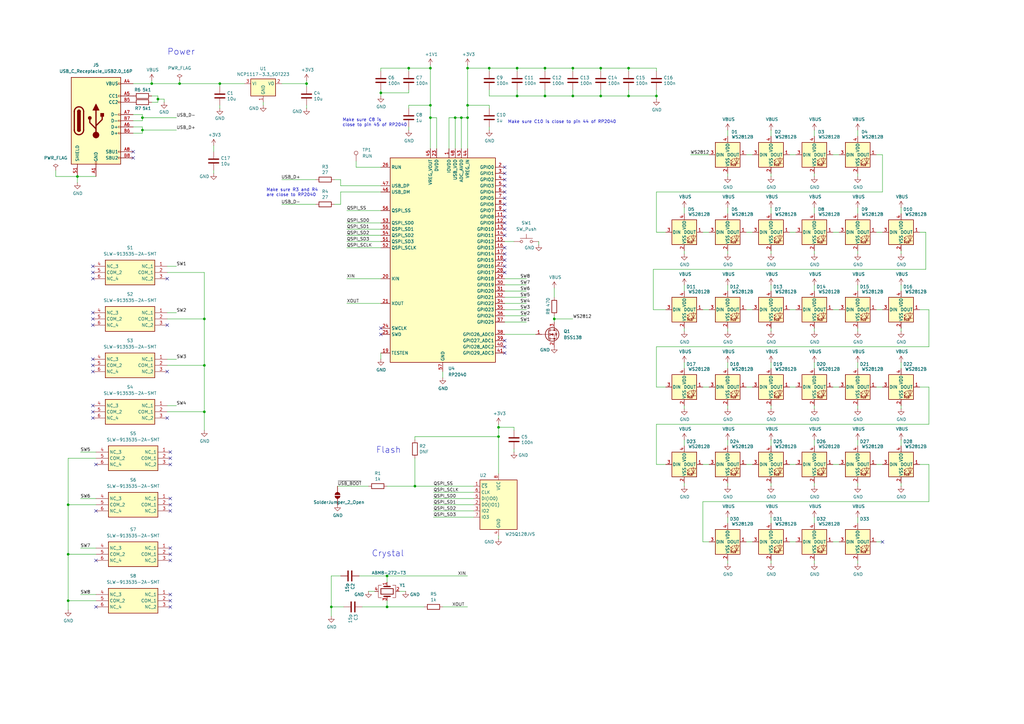
<source format=kicad_sch>
(kicad_sch (version 20231120) (generator "eeschema") (generator_version "8.0")
  (paper "A3")
  (title_block (title "NEURODOTS") (date "2024-09-04") (company "ki-manufaktur.de"))
  (junction (at 58.42 48.26))
  (junction (at 204.47 179.07))
  (junction (at 176.53 43.18))
  (junction (at 191.77 43.18))
  (junction (at 167.64 27.94))
  (junction (at 73.66 34.29))
  (junction (at 200.66 27.94))
  (junction (at 64.77 40.64))
  (junction (at 223.52 39.37))
  (junction (at 234.95 27.94))
  (junction (at 223.52 27.94))
  (junction (at 176.53 48.26))
  (junction (at 27.94 246.38))
  (junction (at 156.21 38.1))
  (junction (at 125.73 34.29))
  (junction (at 257.81 27.94))
  (junction (at 83.82 149.86))
  (junction (at 269.24 39.37))
  (junction (at 158.75 248.92))
  (junction (at 234.95 39.37))
  (junction (at 83.82 168.91))
  (junction (at 204.47 175.26))
  (junction (at 158.75 236.22))
  (junction (at 31.75 72.39))
  (junction (at 83.82 130.81))
  (junction (at 27.94 207.01))
  (junction (at 176.53 27.94))
  (junction (at 212.09 39.37))
  (junction (at 246.38 39.37))
  (junction (at 135.89 248.92))
  (junction (at 90.17 34.29))
  (junction (at 227.33 130.81))
  (junction (at 58.42 53.34))
  (junction (at 186.69 48.26))
  (junction (at 191.77 48.26))
  (junction (at 27.94 227.33))
  (junction (at 170.18 199.39))
  (junction (at 62.23 34.29))
  (junction (at 191.77 27.94))
  (junction (at 246.38 27.94))
  (junction (at 257.81 39.37))
  (junction (at 189.23 48.26))
  (junction (at 212.09 27.94))
  (no_connect (at 69.85 243.84))
  (no_connect (at 38.1 147.32))
  (no_connect (at 69.85 224.79))
  (no_connect (at 207.01 96.52))
  (no_connect (at 54.61 62.23))
  (no_connect (at 69.85 204.47))
  (no_connect (at 69.85 227.33))
  (no_connect (at 156.21 137.16))
  (no_connect (at 207.01 83.82))
  (no_connect (at 207.01 109.22))
  (no_connect (at 68.58 114.3))
  (no_connect (at 38.1 171.45))
  (no_connect (at 207.01 106.68))
  (no_connect (at 69.85 246.38))
  (no_connect (at 69.85 248.92))
  (no_connect (at 54.61 64.77))
  (no_connect (at 68.58 133.35))
  (no_connect (at 207.01 81.28))
  (no_connect (at 207.01 86.36))
  (no_connect (at 69.85 185.42))
  (no_connect (at 38.1 114.3))
  (no_connect (at 361.95 222.25))
  (no_connect (at 38.1 111.76))
  (no_connect (at 68.58 152.4))
  (no_connect (at 39.37 229.87))
  (no_connect (at 39.37 209.55))
  (no_connect (at 69.85 209.55))
  (no_connect (at 69.85 190.5))
  (no_connect (at 38.1 168.91))
  (no_connect (at 38.1 109.22))
  (no_connect (at 69.85 207.01))
  (no_connect (at 39.37 248.92))
  (no_connect (at 156.21 134.62))
  (no_connect (at 207.01 71.12))
  (no_connect (at 207.01 142.24))
  (no_connect (at 207.01 144.78))
  (no_connect (at 38.1 130.81))
  (no_connect (at 207.01 101.6))
  (no_connect (at 69.85 229.87))
  (no_connect (at 39.37 190.5))
  (no_connect (at 207.01 76.2))
  (no_connect (at 38.1 166.37))
  (no_connect (at 69.85 187.96))
  (no_connect (at 38.1 152.4))
  (no_connect (at 38.1 128.27))
  (no_connect (at 38.1 149.86))
  (no_connect (at 207.01 73.66))
  (no_connect (at 38.1 133.35))
  (no_connect (at 207.01 104.14))
  (no_connect (at 207.01 139.7))
  (no_connect (at 68.58 171.45))
  (no_connect (at 207.01 93.98))
  (no_connect (at 207.01 78.74))
  (no_connect (at 207.01 111.76))
  (no_connect (at 207.01 68.58))
  (no_connect (at 207.01 88.9))
  (no_connect (at 207.01 91.44))
  (wire (pts (xy 33.02 224.79) (xy 39.37 224.79)))
  (wire (pts (xy 316.23 229.87) (xy 316.23 231.14)))
  (wire (pts (xy 316.23 116.84) (xy 316.23 119.38)))
  (wire (pts (xy 176.53 48.26) (xy 176.53 60.96)))
  (wire (pts (xy 359.41 158.75) (xy 361.95 158.75)))
  (wire (pts (xy 156.21 38.1) (xy 167.64 38.1)))
  (wire (pts (xy 83.82 130.81) (xy 83.82 149.86)))
  (wire (pts (xy 308.61 95.25) (xy 306.07 95.25)))
  (wire (pts (xy 359.41 222.25) (xy 361.95 222.25)))
  (wire (pts (xy 381 127) (xy 381 142.24)))
  (wire (pts (xy 280.67 180.34) (xy 280.67 182.88)))
  (wire (pts (xy 223.52 27.94) (xy 234.95 27.94)))
  (wire (pts (xy 334.01 212.09) (xy 334.01 214.63)))
  (wire (pts (xy 67.31 41.91) (xy 67.31 40.64)))
  (wire (pts (xy 64.77 40.64) (xy 64.77 41.91)))
  (wire (pts (xy 334.01 134.62) (xy 334.01 135.89)))
  (wire (pts (xy 269.24 78.74) (xy 269.24 95.25)))
  (wire (pts (xy 22.86 69.85) (xy 22.86 72.39)))
  (wire (pts (xy 87.63 69.85) (xy 87.63 71.12)))
  (wire (pts (xy 194.31 212.09) (xy 177.8 212.09)))
  (wire (pts (xy 27.94 207.01) (xy 39.37 207.01)))
  (wire (pts (xy 223.52 29.21) (xy 223.52 27.94)))
  (wire (pts (xy 369.57 198.12) (xy 369.57 199.39)))
  (wire (pts (xy 176.53 26.67) (xy 176.53 27.94)))
  (wire (pts (xy 377.19 158.75) (xy 381 158.75)))
  (wire (pts (xy 68.58 147.32) (xy 72.39 147.32)))
  (wire (pts (xy 351.79 53.34) (xy 351.79 55.88)))
  (wire (pts (xy 83.82 149.86) (xy 83.82 168.91)))
  (wire (pts (xy 306.07 127) (xy 308.61 127)))
  (wire (pts (xy 359.41 95.25) (xy 361.95 95.25)))
  (wire (pts (xy 54.61 49.53) (xy 58.42 49.53)))
  (wire (pts (xy 204.47 175.26) (xy 204.47 179.07)))
  (wire (pts (xy 83.82 168.91) (xy 83.82 176.53)))
  (wire (pts (xy 269.24 173.99) (xy 269.24 190.5)))
  (wire (pts (xy 280.67 148.59) (xy 280.67 151.13)))
  (wire (pts (xy 323.85 190.5) (xy 326.39 190.5)))
  (wire (pts (xy 139.7 78.74) (xy 156.21 78.74)))
  (wire (pts (xy 90.17 43.18) (xy 90.17 44.45)))
  (wire (pts (xy 288.29 190.5) (xy 290.83 190.5)))
  (wire (pts (xy 359.41 190.5) (xy 361.95 190.5)))
  (wire (pts (xy 62.23 33.02) (xy 62.23 34.29)))
  (wire (pts (xy 189.23 48.26) (xy 191.77 48.26)))
  (wire (pts (xy 73.66 33.02) (xy 73.66 34.29)))
  (wire (pts (xy 369.57 166.37) (xy 369.57 167.64)))
  (wire (pts (xy 334.01 71.12) (xy 334.01 72.39)))
  (wire (pts (xy 334.01 116.84) (xy 334.01 119.38)))
  (wire (pts (xy 369.57 116.84) (xy 369.57 119.38)))
  (wire (pts (xy 33.02 204.47) (xy 39.37 204.47)))
  (wire (pts (xy 316.23 166.37) (xy 316.23 167.64)))
  (wire (pts (xy 207.01 116.84) (xy 215.9 116.84)))
  (wire (pts (xy 177.8 201.93) (xy 194.31 201.93)))
  (wire (pts (xy 341.63 158.75) (xy 344.17 158.75)))
  (wire (pts (xy 204.47 173.99) (xy 204.47 175.26)))
  (wire (pts (xy 115.57 73.66) (xy 129.54 73.66)))
  (wire (pts (xy 62.23 39.37) (xy 64.77 39.37)))
  (wire (pts (xy 27.94 207.01) (xy 27.94 227.33)))
  (wire (pts (xy 351.79 229.87) (xy 351.79 231.14)))
  (wire (pts (xy 135.89 248.92) (xy 140.97 248.92)))
  (wire (pts (xy 288.29 95.25) (xy 290.83 95.25)))
  (wire (pts (xy 186.69 48.26) (xy 189.23 48.26)))
  (wire (pts (xy 27.94 246.38) (xy 27.94 250.19)))
  (wire (pts (xy 223.52 36.83) (xy 223.52 39.37)))
  (wire (pts (xy 298.45 198.12) (xy 298.45 199.39)))
  (wire (pts (xy 323.85 95.25) (xy 326.39 95.25)))
  (wire (pts (xy 90.17 35.56) (xy 90.17 34.29)))
  (wire (pts (xy 176.53 43.18) (xy 176.53 48.26)))
  (wire (pts (xy 351.79 166.37) (xy 351.79 167.64)))
  (wire (pts (xy 151.13 242.57) (xy 153.67 242.57)))
  (wire (pts (xy 207.01 121.92) (xy 215.9 121.92)))
  (wire (pts (xy 68.58 166.37) (xy 72.39 166.37)))
  (wire (pts (xy 156.21 27.94) (xy 167.64 27.94)))
  (wire (pts (xy 207.01 114.3) (xy 215.9 114.3)))
  (wire (pts (xy 158.75 236.22) (xy 191.77 236.22)))
  (wire (pts (xy 298.45 212.09) (xy 298.45 214.63)))
  (wire (pts (xy 207.01 124.46) (xy 215.9 124.46)))
  (wire (pts (xy 170.18 187.96) (xy 170.18 199.39)))
  (wire (pts (xy 341.63 95.25) (xy 344.17 95.25)))
  (wire (pts (xy 156.21 36.83) (xy 156.21 38.1)))
  (wire (pts (xy 68.58 168.91) (xy 83.82 168.91)))
  (wire (pts (xy 207.01 119.38) (xy 215.9 119.38)))
  (wire (pts (xy 163.83 242.57) (xy 166.37 242.57)))
  (wire (pts (xy 142.24 99.06) (xy 156.21 99.06)))
  (wire (pts (xy 269.24 190.5) (xy 273.05 190.5)))
  (wire (pts (xy 147.32 236.22) (xy 158.75 236.22)))
  (wire (pts (xy 323.85 158.75) (xy 326.39 158.75)))
  (wire (pts (xy 298.45 166.37) (xy 298.45 167.64)))
  (wire (pts (xy 68.58 149.86) (xy 83.82 149.86)))
  (wire (pts (xy 125.73 35.56) (xy 125.73 34.29)))
  (wire (pts (xy 191.77 48.26) (xy 191.77 60.96)))
  (wire (pts (xy 167.64 27.94) (xy 176.53 27.94)))
  (wire (pts (xy 151.13 199.39) (xy 138.43 199.39)))
  (wire (pts (xy 191.77 43.18) (xy 200.66 43.18)))
  (wire (pts (xy 204.47 220.98) (xy 204.47 219.71)))
  (wire (pts (xy 306.07 63.5) (xy 308.61 63.5)))
  (wire (pts (xy 316.23 212.09) (xy 316.23 214.63)))
  (wire (pts (xy 176.53 27.94) (xy 176.53 43.18)))
  (wire (pts (xy 58.42 48.26) (xy 72.39 48.26)))
  (wire (pts (xy 351.79 102.87) (xy 351.79 104.14)))
  (wire (pts (xy 269.24 95.25) (xy 273.05 95.25)))
  (wire (pts (xy 316.23 71.12) (xy 316.23 72.39)))
  (wire (pts (xy 142.24 93.98) (xy 156.21 93.98)))
  (wire (pts (xy 207.01 127) (xy 215.9 127)))
  (wire (pts (xy 246.38 29.21) (xy 246.38 27.94)))
  (wire (pts (xy 298.45 148.59) (xy 298.45 151.13)))
  (wire (pts (xy 298.45 53.34) (xy 298.45 55.88)))
  (wire (pts (xy 280.67 85.09) (xy 280.67 87.63)))
  (wire (pts (xy 194.31 207.01) (xy 177.8 207.01)))
  (wire (pts (xy 341.63 190.5) (xy 344.17 190.5)))
  (wire (pts (xy 341.63 127) (xy 344.17 127)))
  (wire (pts (xy 200.66 29.21) (xy 200.66 27.94)))
  (wire (pts (xy 207.01 132.08) (xy 215.9 132.08)))
  (wire (pts (xy 191.77 27.94) (xy 200.66 27.94)))
  (wire (pts (xy 210.82 175.26) (xy 204.47 175.26)))
  (wire (pts (xy 186.69 48.26) (xy 186.69 60.96)))
  (wire (pts (xy 379.73 110.49) (xy 267.97 110.49)))
  (wire (pts (xy 334.01 85.09) (xy 334.01 87.63)))
  (wire (pts (xy 158.75 246.38) (xy 158.75 248.92)))
  (wire (pts (xy 62.23 41.91) (xy 64.77 41.91)))
  (wire (pts (xy 381 173.99) (xy 269.24 173.99)))
  (wire (pts (xy 191.77 27.94) (xy 191.77 43.18)))
  (wire (pts (xy 107.95 41.91) (xy 107.95 43.18)))
  (wire (pts (xy 156.21 124.46) (xy 142.24 124.46)))
  (wire (pts (xy 298.45 229.87) (xy 298.45 231.14)))
  (wire (pts (xy 156.21 86.36) (xy 142.24 86.36)))
  (wire (pts (xy 246.38 27.94) (xy 257.81 27.94)))
  (wire (pts (xy 269.24 36.83) (xy 269.24 39.37)))
  (wire (pts (xy 267.97 127) (xy 273.05 127)))
  (wire (pts (xy 115.57 34.29) (xy 125.73 34.29)))
  (wire (pts (xy 139.7 83.82) (xy 139.7 78.74)))
  (wire (pts (xy 207.01 129.54) (xy 215.9 129.54)))
  (wire (pts (xy 137.16 83.82) (xy 139.7 83.82)))
  (wire (pts (xy 334.01 180.34) (xy 334.01 182.88)))
  (wire (pts (xy 167.64 38.1) (xy 167.64 36.83)))
  (wire (pts (xy 334.01 102.87) (xy 334.01 104.14)))
  (wire (pts (xy 212.09 29.21) (xy 212.09 27.94)))
  (wire (pts (xy 212.09 39.37) (xy 200.66 39.37)))
  (wire (pts (xy 191.77 43.18) (xy 191.77 48.26)))
  (wire (pts (xy 146.05 68.58) (xy 146.05 66.04)))
  (wire (pts (xy 369.57 85.09) (xy 369.57 87.63)))
  (wire (pts (xy 191.77 26.67) (xy 191.77 27.94)))
  (wire (pts (xy 288.29 205.74) (xy 288.29 222.25)))
  (wire (pts (xy 377.19 95.25) (xy 379.73 95.25)))
  (wire (pts (xy 135.89 236.22) (xy 135.89 248.92)))
  (wire (pts (xy 167.64 44.45) (xy 167.64 43.18)))
  (wire (pts (xy 194.31 209.55) (xy 177.8 209.55)))
  (wire (pts (xy 139.7 76.2) (xy 156.21 76.2)))
  (wire (pts (xy 212.09 27.94) (xy 223.52 27.94)))
  (wire (pts (xy 359.41 127) (xy 361.95 127)))
  (wire (pts (xy 31.75 72.39) (xy 39.37 72.39)))
  (wire (pts (xy 31.75 72.39) (xy 31.75 74.93)))
  (wire (pts (xy 158.75 199.39) (xy 170.18 199.39)))
  (wire (pts (xy 269.24 142.24) (xy 269.24 158.75)))
  (wire (pts (xy 227.33 118.11) (xy 227.33 121.92)))
  (wire (pts (xy 27.94 246.38) (xy 39.37 246.38)))
  (wire (pts (xy 269.24 158.75) (xy 273.05 158.75)))
  (wire (pts (xy 381 142.24) (xy 269.24 142.24)))
  (wire (pts (xy 212.09 36.83) (xy 212.09 39.37)))
  (wire (pts (xy 179.07 60.96) (xy 179.07 48.26)))
  (wire (pts (xy 316.23 102.87) (xy 316.23 104.14)))
  (wire (pts (xy 369.57 134.62) (xy 369.57 135.89)))
  (wire (pts (xy 257.81 39.37) (xy 269.24 39.37)))
  (wire (pts (xy 351.79 85.09) (xy 351.79 87.63)))
  (wire (pts (xy 100.33 34.29) (xy 90.17 34.29)))
  (wire (pts (xy 137.16 73.66) (xy 139.7 73.66)))
  (wire (pts (xy 246.38 36.83) (xy 246.38 39.37)))
  (wire (pts (xy 334.01 148.59) (xy 334.01 151.13)))
  (wire (pts (xy 361.95 78.74) (xy 361.95 63.5)))
  (wire (pts (xy 283.21 63.5) (xy 290.83 63.5)))
  (wire (pts (xy 381 190.5) (xy 381 205.74)))
  (wire (pts (xy 227.33 129.54) (xy 227.33 130.81)))
  (wire (pts (xy 68.58 109.22) (xy 72.39 109.22)))
  (wire (pts (xy 200.66 27.94) (xy 212.09 27.94)))
  (wire (pts (xy 200.66 52.07) (xy 200.66 53.34)))
  (wire (pts (xy 334.01 229.87) (xy 334.01 231.14)))
  (wire (pts (xy 27.94 227.33) (xy 27.94 246.38)))
  (wire (pts (xy 280.67 102.87) (xy 280.67 104.14)))
  (wire (pts (xy 184.15 60.96) (xy 184.15 48.26)))
  (wire (pts (xy 280.67 116.84) (xy 280.67 119.38)))
  (wire (pts (xy 148.59 248.92) (xy 158.75 248.92)))
  (wire (pts (xy 288.29 158.75) (xy 290.83 158.75)))
  (wire (pts (xy 369.57 148.59) (xy 369.57 151.13)))
  (wire (pts (xy 158.75 248.92) (xy 173.99 248.92)))
  (wire (pts (xy 58.42 53.34) (xy 72.39 53.34)))
  (wire (pts (xy 334.01 53.34) (xy 334.01 55.88)))
  (wire (pts (xy 227.33 130.81) (xy 227.33 132.08)))
  (wire (pts (xy 58.42 46.99) (xy 58.42 48.26)))
  (wire (pts (xy 269.24 29.21) (xy 269.24 27.94)))
  (wire (pts (xy 316.23 148.59) (xy 316.23 151.13)))
  (wire (pts (xy 351.79 148.59) (xy 351.79 151.13)))
  (wire (pts (xy 269.24 39.37) (xy 269.24 40.64)))
  (wire (pts (xy 207.01 137.16) (xy 219.71 137.16)))
  (wire (pts (xy 27.94 227.33) (xy 39.37 227.33)))
  (wire (pts (xy 87.63 59.69) (xy 87.63 62.23)))
  (wire (pts (xy 269.24 78.74) (xy 361.95 78.74)))
  (wire (pts (xy 54.61 54.61) (xy 58.42 54.61)))
  (wire (pts (xy 156.21 101.6) (xy 142.24 101.6)))
  (wire (pts (xy 220.98 99.06) (xy 220.98 100.33)))
  (wire (pts (xy 207.01 99.06) (xy 210.82 99.06)))
  (wire (pts (xy 68.58 130.81) (xy 83.82 130.81)))
  (wire (pts (xy 181.61 152.4) (xy 181.61 154.94)))
  (wire (pts (xy 280.67 166.37) (xy 280.67 167.64)))
  (wire (pts (xy 316.23 85.09) (xy 316.23 87.63)))
  (wire (pts (xy 351.79 71.12) (xy 351.79 72.39)))
  (wire (pts (xy 167.64 43.18) (xy 176.53 43.18)))
  (wire (pts (xy 194.31 204.47) (xy 177.8 204.47)))
  (wire (pts (xy 223.52 39.37) (xy 212.09 39.37)))
  (wire (pts (xy 200.66 36.83) (xy 200.66 39.37)))
  (wire (pts (xy 68.58 111.76) (xy 83.82 111.76)))
  (wire (pts (xy 58.42 53.34) (xy 58.42 54.61)))
  (wire (pts (xy 156.21 144.78) (xy 156.21 147.32)))
  (wire (pts (xy 306.07 222.25) (xy 308.61 222.25)))
  (wire (pts (xy 62.23 34.29) (xy 73.66 34.29)))
  (wire (pts (xy 54.61 52.07) (xy 58.42 52.07)))
  (wire (pts (xy 181.61 248.92) (xy 191.77 248.92)))
  (wire (pts (xy 139.7 236.22) (xy 135.89 236.22)))
  (wire (pts (xy 33.02 185.42) (xy 39.37 185.42)))
  (wire (pts (xy 377.19 190.5) (xy 381 190.5)))
  (wire (pts (xy 316.23 134.62) (xy 316.23 135.89)))
  (wire (pts (xy 298.45 134.62) (xy 298.45 135.89)))
  (wire (pts (xy 323.85 222.25) (xy 326.39 222.25)))
  (wire (pts (xy 341.63 63.5) (xy 344.17 63.5)))
  (wire (pts (xy 298.45 180.34) (xy 298.45 182.88)))
  (wire (pts (xy 115.57 83.82) (xy 129.54 83.82)))
  (wire (pts (xy 179.07 48.26) (xy 176.53 48.26)))
  (wire (pts (xy 58.42 52.07) (xy 58.42 53.34)))
  (wire (pts (xy 306.07 190.5) (xy 308.61 190.5)))
  (wire (pts (xy 257.81 39.37) (xy 246.38 39.37)))
  (wire (pts (xy 334.01 198.12) (xy 334.01 199.39)))
  (wire (pts (xy 267.97 110.49) (xy 267.97 127)))
  (wire (pts (xy 298.45 116.84) (xy 298.45 119.38)))
  (wire (pts (xy 158.75 238.76) (xy 158.75 236.22)))
  (wire (pts (xy 142.24 91.44) (xy 156.21 91.44)))
  (wire (pts (xy 306.07 158.75) (xy 308.61 158.75)))
  (wire (pts (xy 27.94 187.96) (xy 39.37 187.96)))
  (wire (pts (xy 381 158.75) (xy 381 173.99)))
  (wire (pts (xy 323.85 127) (xy 326.39 127)))
  (wire (pts (xy 288.29 222.25) (xy 290.83 222.25)))
  (wire (pts (xy 156.21 29.21) (xy 156.21 27.94)))
  (wire (pts (xy 334.01 166.37) (xy 334.01 167.64)))
  (wire (pts (xy 351.79 116.84) (xy 351.79 119.38)))
  (wire (pts (xy 27.94 187.96) (xy 27.94 207.01)))
  (wire (pts (xy 210.82 184.15) (xy 210.82 185.42)))
  (wire (pts (xy 156.21 38.1) (xy 156.21 39.37)))
  (wire (pts (xy 257.81 36.83) (xy 257.81 39.37)))
  (wire (pts (xy 142.24 114.3) (xy 156.21 114.3)))
  (wire (pts (xy 22.86 72.39) (xy 31.75 72.39)))
  (wire (pts (xy 234.95 27.94) (xy 246.38 27.94)))
  (wire (pts (xy 156.21 68.58) (xy 146.05 68.58)))
  (wire (pts (xy 298.45 71.12) (xy 298.45 72.39)))
  (wire (pts (xy 200.66 44.45) (xy 200.66 43.18)))
  (wire (pts (xy 288.29 127) (xy 290.83 127)))
  (wire (pts (xy 341.63 222.25) (xy 344.17 222.25)))
  (wire (pts (xy 369.57 102.87) (xy 369.57 104.14)))
  (wire (pts (xy 142.24 96.52) (xy 156.21 96.52)))
  (wire (pts (xy 351.79 134.62) (xy 351.79 135.89)))
  (wire (pts (xy 227.33 130.81) (xy 234.95 130.81)))
  (wire (pts (xy 83.82 111.76) (xy 83.82 130.81)))
  (wire (pts (xy 234.95 39.37) (xy 223.52 39.37)))
  (wire (pts (xy 67.31 40.64) (xy 64.77 40.64)))
  (wire (pts (xy 379.73 95.25) (xy 379.73 110.49)))
  (wire (pts (xy 210.82 176.53) (xy 210.82 175.26)))
  (wire (pts (xy 246.38 39.37) (xy 234.95 39.37)))
  (wire (pts (xy 369.57 180.34) (xy 369.57 182.88)))
  (wire (pts (xy 323.85 63.5) (xy 326.39 63.5)))
  (wire (pts (xy 184.15 48.26) (xy 186.69 48.26)))
  (wire (pts (xy 170.18 199.39) (xy 194.31 199.39)))
  (wire (pts (xy 54.61 34.29) (xy 62.23 34.29)))
  (wire (pts (xy 316.23 198.12) (xy 316.23 199.39)))
  (wire (pts (xy 280.67 134.62) (xy 280.67 135.89)))
  (wire (pts (xy 54.61 46.99) (xy 58.42 46.99)))
  (wire (pts (xy 316.23 53.34) (xy 316.23 55.88)))
  (wire (pts (xy 316.23 180.34) (xy 316.23 182.88)))
  (wire (pts (xy 167.64 29.21) (xy 167.64 27.94)))
  (wire (pts (xy 351.79 180.34) (xy 351.79 182.88)))
  (wire (pts (xy 280.67 198.12) (xy 280.67 199.39)))
  (wire (pts (xy 33.02 243.84) (xy 39.37 243.84)))
  (wire (pts (xy 361.95 63.5) (xy 359.41 63.5)))
  (wire (pts (xy 68.58 128.27) (xy 72.39 128.27)))
  (wire (pts (xy 257.81 27.94) (xy 269.24 27.94)))
  (wire (pts (xy 257.81 29.21) (xy 257.81 27.94)))
  (wire (pts (xy 234.95 36.83) (xy 234.95 39.37)))
  (wire (pts (xy 64.77 39.37) (xy 64.77 40.64)))
  (wire (pts (xy 189.23 60.96) (xy 189.23 48.26)))
  (wire (pts (xy 234.95 29.21) (xy 234.95 27.94)))
  (wire (pts (xy 135.89 248.92) (xy 135.89 252.73)))
  (wire (pts (xy 58.42 48.26) (xy 58.42 49.53)))
  (wire (pts (xy 377.19 127) (xy 381 127)))
  (wire (pts (xy 298.45 85.09) (xy 298.45 87.63)))
  (wire (pts (xy 351.79 212.09) (xy 351.79 214.63)))
  (wire (pts (xy 167.64 52.07) (xy 167.64 53.34)))
  (wire (pts (xy 125.73 43.18) (xy 125.73 44.45)))
  (wire (pts (xy 351.79 198.12) (xy 351.79 199.39)))
  (wire (pts (xy 170.18 180.34) (xy 170.18 179.07)))
  (wire (pts (xy 298.45 102.87) (xy 298.45 104.14)))
  (wire (pts (xy 170.18 179.07) (xy 204.47 179.07)))
  (wire (pts (xy 125.73 34.29) (xy 125.73 33.02)))
  (wire (pts (xy 381 205.74) (xy 288.29 205.74)))
  (wire (pts (xy 73.66 34.29) (xy 90.17 34.29)))
  (wire (pts (xy 204.47 179.07) (xy 204.47 194.31)))
  (wire (pts (xy 139.7 73.66) (xy 139.7 76.2)))
  (text "Power" (at 68.58 22.86 0) (effects (font (size 2.54 2.54)) (justify left bottom)))
  (text "Crystal" (at 152.4 228.6 0) (effects (font (size 2.54 2.54)) (justify left bottom)))
  (text "Make sure C8 is \nclose to pin 45 of RP2040" (at 140.462 52.07 0) (effects (font (size 1.27 1.27)) (justify left bottom)))
  (text "Make sure C10 is close to pin 44 of RP2040" (at 208.28 50.8 0) (effects (font (size 1.27 1.27)) (justify left bottom)))
  (text "Make sure R3 and R4\nare close to RP2040" (at 109.22 80.772 0) (effects (font (size 1.27 1.27)) (justify left bottom)))
  (text "Flash" (at 154.178 186.182 0) (effects (font (size 2.54 2.54)) (justify left bottom)))
  (label "XOUT" (at 190.5 248.92 180))
  (label "QSPI_SS" (at 177.8 199.39 0))
  (label "QSPI_SD3" (at 177.8 212.09 0))
  (label "SW4" (at 213.36 124.46 0))
  (label "QSPI_SD2" (at 142.24 96.52 0))
  (label "SW1" (at 213.36 132.08 0))
  (label "WS2812" (at 283.21 63.5 0))
  (label "USB_D-" (at 123.19 83.82 180))
  (label "SW1" (at 72.39 109.22 0))
  (label "XOUT" (at 142.24 124.46 0))
  (label "QSPI_SD1" (at 142.24 93.98 0))
  (label "USB_D+" (at 123.19 73.66 180))
  (label "QSPI_SD1" (at 177.8 207.01 0))
  (label "QSPI_SD3" (at 142.24 99.06 0))
  (label "SW2" (at 213.36 129.54 0))
  (label "SW6" (at 33.02 204.47 0))
  (label "SW6" (at 213.36 119.38 0))
  (label "SW2" (at 72.39 128.27 0))
  (label "SW5" (at 213.36 121.92 0))
  (label "SW7" (at 213.36 116.84 0))
  (label "USB_D+" (at 72.39 53.34 0))
  (label "XIN" (at 191.135 236.22 180))
  (label "SW7" (at 33.02 224.79 0))
  (label "SW3" (at 213.36 127 0))
  (label "USB_D-" (at 72.39 48.26 0))
  (label "WS2812" (at 234.95 130.81 0))
  (label "QSPI_SCLK" (at 142.24 101.6 0))
  (label "SW8" (at 33.02 243.84 0))
  (label "QSPI_SD0" (at 142.24 91.44 0))
  (label "SW8" (at 213.36 114.3 0))
  (label "SW4" (at 72.39 166.37 0))
  (label "SW3" (at 72.39 147.32 0))
  (label "QSPI_SS" (at 142.24 86.36 0))
  (label "QSPI_SD2" (at 177.8 209.55 0))
  (label "QSPI_SD0" (at 177.8 204.47 0))
  (label "QSPI_SCLK" (at 177.8 201.93 0))
  (label "~{USB_BOOT}" (at 138.43 199.39 0))
  (label "XIN" (at 142.24 114.3 0))
  (label "SW5" (at 33.02 185.42 0))
  (symbol (lib_id "Memory_Flash:W25Q128JVS") (at 204.47 207.01 0) (unit 1)
    (property "Reference" "U2" (at 198.12 194.945 0))
    (property "Value" "W25Q128JVS" (at 213.36 219.075 0))
    (property "Footprint" "Package_SO:SOIC-8_5.23x5.23mm_P1.27mm" (effects (hide yes)))
    (property "Datasheet" "http://www.winbond.com/resource-files/w25q128jv_dtr%20revc%2003272018%20plus.pdf" (effects (hide yes)))
    (property "Description" "128Mb Serial Flash Memory, Standard/Dual/Quad SPI, SOIC-8" (effects (hide yes)))
  )
  (symbol (lib_id "power:+3V3") (at 204.47 173.99 0) (unit 1)
    (property "Reference" "#PWR07" (effects (hide yes)))
    (property "Value" "+3V3" (at 204.851 169.5958 0))
    (property "Description" "Power symbol creates a global label with name \"+3V3\"" (effects (hide yes)))
  )
  (symbol (lib_id "power:GND") (at 204.47 220.98 0) (unit 1)
    (property "Reference" "#PWR08" (effects (hide yes)))
    (property "Value" "GND" (at 200.66 222.25 0))
    (property "Description" "Power symbol creates a global label with name \"GND\" , ground" (effects (hide yes)))
  )
  (symbol (lib_id "Device:R") (at 170.18 184.15 0) (unit 1)
    (property "Reference" "R2" (at 171.958 182.9816 0) (effects (justify left)))
    (property "Value" "DNF" (at 171.958 185.293 0) (effects (justify left)))
    (property "Footprint" "Resistor_SMD:R_0402_1005Metric" (effects (hide yes)))
    (property "Description" "Resistor" (effects (hide yes)))
  )
  (symbol (lib_id "Device:R") (at 154.94 199.39 270) (unit 1)
    (property "Reference" "R1" (at 154.94 194.1322 90))
    (property "Value" "1k" (at 154.94 196.4436 90))
    (property "Footprint" "Resistor_SMD:R_0402_1005Metric" (effects (hide yes)))
    (property "Description" "Resistor" (effects (hide yes)))
  )
  (symbol (lib_id "Device:C") (at 210.82 180.34 0) (unit 1)
    (property "Reference" "C5" (at 213.741 179.1716 0) (effects (justify left)))
    (property "Value" "100n" (at 213.741 181.483 0) (effects (justify left)))
    (property "Footprint" "Capacitor_SMD:C_0402_1005Metric" (effects (hide yes)))
    (property "Description" "Unpolarized capacitor" (effects (hide yes)))
  )
  (symbol (lib_id "power:GND") (at 210.82 185.42 0) (unit 1)
    (property "Reference" "#PWR011" (effects (hide yes)))
    (property "Value" "GND" (at 214.63 186.69 0))
    (property "Description" "Power symbol creates a global label with name \"GND\" , ground" (effects (hide yes)))
  )
  (symbol (lib_id "power:GND") (at 181.61 154.94 0) (unit 1)
    (property "Reference" "#PWR016" (effects (hide yes)))
    (property "Value" "GND" (at 181.737 159.3342 0))
    (property "Description" "Power symbol creates a global label with name \"GND\" , ground" (effects (hide yes)))
  )
  (symbol (lib_id "power:GND") (at 156.21 147.32 0) (unit 1)
    (property "Reference" "#PWR015" (effects (hide yes)))
    (property "Value" "GND" (at 156.337 151.7142 0))
    (property "Description" "Power symbol creates a global label with name \"GND\" , ground" (effects (hide yes)))
  )
  (symbol (lib_id "Device:R") (at 133.35 73.66 270) (unit 1)
    (property "Reference" "R3" (at 133.35 68.4022 90))
    (property "Value" "27" (at 133.35 70.7136 90))
    (property "Footprint" "Resistor_SMD:R_0402_1005Metric" (effects (hide yes)))
    (property "Description" "Resistor" (effects (hide yes)))
  )
  (symbol (lib_id "Device:R") (at 133.35 83.82 270) (unit 1)
    (property "Reference" "R4" (at 133.35 78.5622 90))
    (property "Value" "27" (at 133.35 80.8736 90))
    (property "Footprint" "Resistor_SMD:R_0402_1005Metric" (effects (hide yes)))
    (property "Description" "Resistor" (effects (hide yes)))
  )
  (symbol (lib_id "power:GND") (at 31.75 74.93 0) (unit 1)
    (property "Reference" "#PWR01" (effects (hide yes)))
    (property "Value" "GND" (at 31.877 79.3242 0))
    (property "Description" "Power symbol creates a global label with name \"GND\" , ground" (effects (hide yes)))
  )
  (symbol (lib_id "power:+3V3") (at 191.77 26.67 0) (unit 1)
    (property "Reference" "#PWR017" (effects (hide yes)))
    (property "Value" "+3V3" (at 192.151 22.2758 0))
    (property "Description" "Power symbol creates a global label with name \"+3V3\"" (effects (hide yes)))
  )
  (symbol (lib_id "power:+1V1") (at 176.53 26.67 0) (unit 1)
    (property "Reference" "#PWR014" (effects (hide yes)))
    (property "Value" "+1V1" (at 176.911 22.2758 0))
    (property "Description" "Power symbol creates a global label with name \"+1V1\"" (effects (hide yes)))
  )
  (symbol (lib_id "Device:C") (at 200.66 33.02 0) (unit 1)
    (property "Reference" "C9" (at 203.581 31.8516 0) (effects (justify left)))
    (property "Value" "100n" (at 203.581 34.163 0) (effects (justify left)))
    (property "Footprint" "Capacitor_SMD:C_0402_1005Metric" (effects (hide yes)))
    (property "Description" "Unpolarized capacitor" (effects (hide yes)))
  )
  (symbol (lib_id "Device:C") (at 212.09 33.02 0) (unit 1)
    (property "Reference" "C11" (at 215.011 31.8516 0) (effects (justify left)))
    (property "Value" "100n" (at 215.011 34.163 0) (effects (justify left)))
    (property "Footprint" "Capacitor_SMD:C_0402_1005Metric" (effects (hide yes)))
    (property "Description" "Unpolarized capacitor" (effects (hide yes)))
  )
  (symbol (lib_id "Device:C") (at 223.52 33.02 0) (unit 1)
    (property "Reference" "C12" (at 226.441 31.8516 0) (effects (justify left)))
    (property "Value" "100n" (at 226.441 34.163 0) (effects (justify left)))
    (property "Footprint" "Capacitor_SMD:C_0402_1005Metric" (effects (hide yes)))
    (property "Description" "Unpolarized capacitor" (effects (hide yes)))
  )
  (symbol (lib_id "Device:C") (at 234.95 33.02 0) (unit 1)
    (property "Reference" "C13" (at 237.871 31.8516 0) (effects (justify left)))
    (property "Value" "100n" (at 237.871 34.163 0) (effects (justify left)))
    (property "Footprint" "Capacitor_SMD:C_0402_1005Metric" (effects (hide yes)))
    (property "Description" "Unpolarized capacitor" (effects (hide yes)))
  )
  (symbol (lib_id "Device:C") (at 246.38 33.02 0) (unit 1)
    (property "Reference" "C14" (at 249.301 31.8516 0) (effects (justify left)))
    (property "Value" "100n" (at 249.301 34.163 0) (effects (justify left)))
    (property "Footprint" "Capacitor_SMD:C_0402_1005Metric" (effects (hide yes)))
    (property "Description" "Unpolarized capacitor" (effects (hide yes)))
  )
  (symbol (lib_id "Device:C") (at 257.81 33.02 0) (unit 1)
    (property "Reference" "C15" (at 260.731 31.8516 0) (effects (justify left)))
    (property "Value" "100n" (at 260.731 34.163 0) (effects (justify left)))
    (property "Footprint" "Capacitor_SMD:C_0402_1005Metric" (effects (hide yes)))
    (property "Description" "Unpolarized capacitor" (effects (hide yes)))
  )
  (symbol (lib_id "Device:C") (at 269.24 33.02 0) (unit 1)
    (property "Reference" "C16" (at 272.161 31.8516 0) (effects (justify left)))
    (property "Value" "100n" (at 272.161 34.163 0) (effects (justify left)))
    (property "Footprint" "Capacitor_SMD:C_0402_1005Metric" (effects (hide yes)))
    (property "Description" "Unpolarized capacitor" (effects (hide yes)))
  )
  (symbol (lib_id "Device:C") (at 156.21 33.02 0) (unit 1)
    (property "Reference" "C6" (at 159.131 31.8516 0) (effects (justify left)))
    (property "Value" "100n" (at 159.131 34.163 0) (effects (justify left)))
    (property "Footprint" "Capacitor_SMD:C_0402_1005Metric" (effects (hide yes)))
    (property "Description" "Unpolarized capacitor" (effects (hide yes)))
  )
  (symbol (lib_id "Device:C") (at 167.64 33.02 0) (unit 1)
    (property "Reference" "C7" (at 170.561 31.8516 0) (effects (justify left)))
    (property "Value" "100n" (at 170.561 34.163 0) (effects (justify left)))
    (property "Footprint" "Capacitor_SMD:C_0402_1005Metric" (effects (hide yes)))
    (property "Description" "Unpolarized capacitor" (effects (hide yes)))
  )
  (symbol (lib_id "Device:C") (at 167.64 48.26 0) (unit 1)
    (property "Reference" "C8" (at 170.561 47.0916 0) (effects (justify left)))
    (property "Value" "1u" (at 170.561 49.403 0) (effects (justify left)))
    (property "Footprint" "Capacitor_SMD:C_0402_1005Metric" (effects (hide yes)))
    (property "Description" "Unpolarized capacitor" (effects (hide yes)))
  )
  (symbol (lib_id "Device:C") (at 200.66 48.26 0) (unit 1)
    (property "Reference" "C10" (at 203.581 47.0916 0) (effects (justify left)))
    (property "Value" "1u" (at 203.581 49.403 0) (effects (justify left)))
    (property "Footprint" "Capacitor_SMD:C_0402_1005Metric" (effects (hide yes)))
    (property "Description" "Unpolarized capacitor" (effects (hide yes)))
  )
  (symbol (lib_id "power:GND") (at 269.24 40.64 0) (unit 1)
    (property "Reference" "#PWR023" (effects (hide yes)))
    (property "Value" "GND" (at 269.367 45.0342 0))
    (property "Description" "Power symbol creates a global label with name \"GND\" , ground" (effects (hide yes)))
  )
  (symbol (lib_id "power:GND") (at 156.21 39.37 0) (unit 1)
    (property "Reference" "#PWR012" (effects (hide yes)))
    (property "Value" "GND" (at 156.337 43.7642 0))
    (property "Description" "Power symbol creates a global label with name \"GND\" , ground" (effects (hide yes)))
  )
  (symbol (lib_id "power:GND") (at 167.64 53.34 0) (unit 1)
    (property "Reference" "#PWR013" (effects (hide yes)))
    (property "Value" "GND" (at 167.767 57.7342 0))
    (property "Description" "Power symbol creates a global label with name \"GND\" , ground" (effects (hide yes)))
  )
  (symbol (lib_id "power:GND") (at 200.66 53.34 0) (unit 1)
    (property "Reference" "#PWR018" (effects (hide yes)))
    (property "Value" "GND" (at 200.787 57.7342 0))
    (property "Description" "Power symbol creates a global label with name \"GND\" , ground" (effects (hide yes)))
  )
  (symbol (lib_id "Regulator_Linear:NCP1117-3.3_SOT223") (at 107.95 34.29 0) (unit 1)
    (property "Reference" "U1" (at 107.95 28.1432 0))
    (property "Value" "NCP1117-3.3_SOT223" (at 107.95 30.4546 0))
    (property "Footprint" "Package_TO_SOT_SMD:SOT-223-3_TabPin2" (effects (hide yes)))
    (property "Datasheet" "http://www.onsemi.com/pub_link/Collateral/NCP1117-D.PDF" (effects (hide yes)))
    (property "Description" "1A Low drop-out regulator, Fixed Output 3.3V, SOT-223" (effects (hide yes)))
  )
  (symbol (lib_id "power:VBUS") (at 62.23 33.02 0) (unit 1)
    (property "Reference" "#PWR03" (effects (hide yes)))
    (property "Value" "VBUS" (at 62.611 28.6258 0))
    (property "Description" "Power symbol creates a global label with name \"VBUS\"" (effects (hide yes)))
  )
  (symbol (lib_id "power:GND") (at 107.95 43.18 0) (unit 1)
    (property "Reference" "#PWR05" (effects (hide yes)))
    (property "Value" "GND" (at 104.14 44.45 0))
    (property "Description" "Power symbol creates a global label with name \"GND\" , ground" (effects (hide yes)))
  )
  (symbol (lib_id "power:+3V3") (at 125.73 33.02 0) (unit 1)
    (property "Reference" "#PWR09" (effects (hide yes)))
    (property "Value" "+3V3" (at 126.111 28.6258 0))
    (property "Description" "Power symbol creates a global label with name \"+3V3\"" (effects (hide yes)))
  )
  (symbol (lib_id "Device:C") (at 90.17 39.37 0) (unit 1)
    (property "Reference" "C1" (at 93.091 38.2016 0) (effects (justify left)))
    (property "Value" "10u" (at 93.091 40.513 0) (effects (justify left)))
    (property "Footprint" "Capacitor_SMD:C_0805_2012Metric" (effects (hide yes)))
    (property "Description" "Unpolarized capacitor" (effects (hide yes)))
  )
  (symbol (lib_id "Device:C") (at 125.73 39.37 0) (unit 1)
    (property "Reference" "C4" (at 128.651 38.2016 0) (effects (justify left)))
    (property "Value" "10u" (at 128.651 40.513 0) (effects (justify left)))
    (property "Footprint" "Capacitor_SMD:C_0805_2012Metric" (effects (hide yes)))
    (property "Description" "Unpolarized capacitor" (effects (hide yes)))
  )
  (symbol (lib_id "power:GND") (at 90.17 44.45 0) (unit 1)
    (property "Reference" "#PWR04" (effects (hide yes)))
    (property "Value" "GND" (at 90.17 48.514 0))
    (property "Description" "Power symbol creates a global label with name \"GND\" , ground" (effects (hide yes)))
  )
  (symbol (lib_id "power:GND") (at 125.73 44.45 0) (unit 1)
    (property "Reference" "#PWR010" (effects (hide yes)))
    (property "Value" "GND" (at 121.92 45.72 0))
    (property "Description" "Power symbol creates a global label with name \"GND\" , ground" (effects (hide yes)))
  )
  (symbol (lib_id "power:+3V3") (at 87.63 59.69 0) (unit 1)
    (property "Reference" "#PWR024" (effects (hide yes)))
    (property "Value" "+3V3" (at 88.011 55.2958 0))
    (property "Description" "Power symbol creates a global label with name \"+3V3\"" (effects (hide yes)))
  )
  (symbol (lib_id "Device:C") (at 87.63 66.04 0) (unit 1)
    (property "Reference" "C17" (at 90.551 64.8716 0) (effects (justify left)))
    (property "Value" "10u" (at 90.551 67.183 0) (effects (justify left)))
    (property "Footprint" "Capacitor_SMD:C_0805_2012Metric" (effects (hide yes)))
    (property "Description" "Unpolarized capacitor" (effects (hide yes)))
  )
  (symbol (lib_id "power:GND") (at 87.63 71.12 0) (unit 1)
    (property "Reference" "#PWR025" (effects (hide yes)))
    (property "Value" "GND" (at 83.82 72.39 0))
    (property "Description" "Power symbol creates a global label with name \"GND\" , ground" (effects (hide yes)))
  )
  (symbol (lib_id "power:GND") (at 138.43 207.01 0) (unit 1)
    (property "Reference" "#PWR02" (effects (hide yes)))
    (property "Value" "GND" (at 138.557 211.4042 0))
    (property "Description" "Power symbol creates a global label with name \"GND\" , ground" (effects (hide yes)))
  )
  (symbol (lib_id "LED:WS2812B-2020") (at 298.45 158.75 0) (unit 1)
    (property "Reference" "D18" (at 301.244 149.352 0))
    (property "Value" "WS2812B" (at 304.546 151.384 0))
    (property "Footprint" "neurodots:LED_WS2812B-Mini_PLCC4_3.5x3.5mm" (effects (hide yes)))
    (property "Datasheet" "https://cdn-shop.adafruit.com/product-files/4684/4684_WS2812B-2020_V1.3_EN.pdf" (effects (hide yes)))
    (property "Description" "RGB LED with integrated controller, 2.0 x 2.0 mm, 12 mA" (effects (hide yes)))
  )
  (symbol (lib_id "power:VBUS") (at 280.67 180.34 0) (unit 1)
    (property "Reference" "#PWR070" (effects (hide yes)))
    (property "Value" "VBUS" (at 281.051 175.9458 0))
    (property "Description" "Power symbol creates a global label with name \"VBUS\"" (effects (hide yes)))
  )
  (symbol (lib_id "LED:WS2812B-2020") (at 369.57 127 0) (unit 1)
    (property "Reference" "D16" (at 372.364 117.602 0))
    (property "Value" "WS2812B" (at 375.666 119.634 0))
    (property "Footprint" "neurodots:LED_WS2812B-Mini_PLCC4_3.5x3.5mm" (effects (hide yes)))
    (property "Datasheet" "https://cdn-shop.adafruit.com/product-files/4684/4684_WS2812B-2020_V1.3_EN.pdf" (effects (hide yes)))
    (property "Description" "RGB LED with integrated controller, 2.0 x 2.0 mm, 12 mA" (effects (hide yes)))
  )
  (symbol (lib_id "LED:WS2812B-2020") (at 316.23 158.75 0) (unit 1)
    (property "Reference" "D19" (at 319.024 149.352 0))
    (property "Value" "WS2812B" (at 322.326 151.384 0))
    (property "Footprint" "neurodots:LED_WS2812B-Mini_PLCC4_3.5x3.5mm" (effects (hide yes)))
    (property "Datasheet" "https://cdn-shop.adafruit.com/product-files/4684/4684_WS2812B-2020_V1.3_EN.pdf" (effects (hide yes)))
    (property "Description" "RGB LED with integrated controller, 2.0 x 2.0 mm, 12 mA" (effects (hide yes)))
  )
  (symbol (lib_id "LED:WS2812B-2020") (at 351.79 190.5 0) (unit 1)
    (property "Reference" "D27" (at 354.584 181.102 0))
    (property "Value" "WS2812B" (at 357.886 183.134 0))
    (property "Footprint" "neurodots:LED_WS2812B-Mini_PLCC4_3.5x3.5mm" (effects (hide yes)))
    (property "Datasheet" "https://cdn-shop.adafruit.com/product-files/4684/4684_WS2812B-2020_V1.3_EN.pdf" (effects (hide yes)))
    (property "Description" "RGB LED with integrated controller, 2.0 x 2.0 mm, 12 mA" (effects (hide yes)))
  )
  (symbol (lib_id "LED:WS2812B-2020") (at 351.79 158.75 0) (unit 1)
    (property "Reference" "D21" (at 354.584 149.352 0))
    (property "Value" "WS2812B" (at 357.886 151.384 0))
    (property "Footprint" "neurodots:LED_WS2812B-Mini_PLCC4_3.5x3.5mm" (effects (hide yes)))
    (property "Datasheet" "https://cdn-shop.adafruit.com/product-files/4684/4684_WS2812B-2020_V1.3_EN.pdf" (effects (hide yes)))
    (property "Description" "RGB LED with integrated controller, 2.0 x 2.0 mm, 12 mA" (effects (hide yes)))
  )
  (symbol (lib_id "LED:WS2812B-2020") (at 369.57 190.5 0) (unit 1)
    (property "Reference" "D28" (at 372.364 181.102 0))
    (property "Value" "WS2812B" (at 375.666 183.134 0))
    (property "Footprint" "neurodots:LED_WS2812B-Mini_PLCC4_3.5x3.5mm" (effects (hide yes)))
    (property "Datasheet" "https://cdn-shop.adafruit.com/product-files/4684/4684_WS2812B-2020_V1.3_EN.pdf" (effects (hide yes)))
    (property "Description" "RGB LED with integrated controller, 2.0 x 2.0 mm, 12 mA" (effects (hide yes)))
  )
  (symbol (lib_id "power:VBUS") (at 351.79 180.34 0) (unit 1)
    (property "Reference" "#PWR078" (effects (hide yes)))
    (property "Value" "VBUS" (at 352.171 175.9458 0))
    (property "Description" "Power symbol creates a global label with name \"VBUS\"" (effects (hide yes)))
  )
  (symbol (lib_id "neurodots:SLW-913535-2A-SMT") (at 38.1 109.22 0) (unit 1)
    (property "Reference" "S1" (at 53.34 101.6 0))
    (property "Value" "SLW-913535-2A-SMT" (at 53.34 104.14 0))
    (property "Footprint" "SLW9135352ASMT" (effects (hide yes)))
    (property "Datasheet" "https://www.cuidevices.com/product/resource/pdf/slw-913535-2a-smt.pdf" (effects (hide yes)))
    (property "Description" "Slide Switches 9.1 x 3.5 x 3.5 mm, 2 mm Raised Slide Actuator, Vertical, Surface Mount" (effects (hide yes)))
    (property "Height" "5.9" (effects (hide yes)))
    (property "Manufacturer_Name" "CUI Devices" (effects (hide yes)))
    (property "Manufacturer_Part_Number" "SLW-913535-2A-SMT" (effects (hide yes)))
    (property "Mouser Part Number" "179-SLW-913535-2ASMT" (effects (hide yes)))
    (property "Mouser Price/Stock" "https://www.mouser.co.uk/ProductDetail/CUI-Devices/SLW-913535-2A-SMT?qs=1Kr7Jg1SGW948I6fIY1VRA%3D%3D" (effects (hide yes)))
    (property "Arrow Part Number" "SLW-913535-2A-SMT" (effects (hide yes)))
    (property "Arrow Price/Stock" "https://www.arrow.com/en/products/slw-913535-2a-smt/cui-devices?region=nac" (effects (hide yes)))
  )
  (symbol (lib_id "LED:WS2812B-2020") (at 298.45 95.25 0) (unit 1)
    (property "Reference" "D6" (at 301.244 85.852 0))
    (property "Value" "WS2812B" (at 304.546 87.884 0))
    (property "Footprint" "neurodots:LED_WS2812B-Mini_PLCC4_3.5x3.5mm" (effects (hide yes)))
    (property "Datasheet" "https://cdn-shop.adafruit.com/product-files/4684/4684_WS2812B-2020_V1.3_EN.pdf" (effects (hide yes)))
    (property "Description" "RGB LED with integrated controller, 2.0 x 2.0 mm, 12 mA" (effects (hide yes)))
  )
  (symbol (lib_id "power:GND") (at 298.45 135.89 0) (unit 1)
    (property "Reference" "#PWR049" (effects (hide yes)))
    (property "Value" "GND" (at 298.577 140.2842 0))
    (property "Description" "Power symbol creates a global label with name \"GND\" , ground" (effects (hide yes)))
  )
  (symbol (lib_id "MCU_RaspberryPi:RP2040") (at 181.61 106.68 0) (unit 1)
    (property "Reference" "U4" (at 183.8041 151.13 0) (effects (justify left)))
    (property "Value" "RP2040" (at 183.8041 153.67 0) (effects (justify left)))
    (property "Footprint" "Package_DFN_QFN:QFN-56-1EP_7x7mm_P0.4mm_EP3.2x3.2mm" (effects (hide yes)))
    (property "Datasheet" "https://datasheets.raspberrypi.com/rp2040/rp2040-datasheet.pdf" (effects (hide yes)))
    (property "Description" "A microcontroller by Raspberry Pi" (effects (hide yes)))
  )
  (symbol (lib_id "power:VBUS") (at 351.79 116.84 0) (unit 1)
    (property "Reference" "#PWR054" (effects (hide yes)))
    (property "Value" "VBUS" (at 352.171 112.4458 0))
    (property "Description" "Power symbol creates a global label with name \"VBUS\"" (effects (hide yes)))
  )
  (symbol (lib_id "power:PWR_FLAG") (at 73.66 33.02 0) (unit 1)
    (property "Reference" "#FLG02" (effects (hide yes)))
    (property "Value" "PWR_FLAG" (at 73.66 27.94 0))
    (property "Description" "Special symbol for telling ERC where power comes from" (effects (hide yes)))
  )
  (symbol (lib_id "Switch:SW_Push") (at 215.9 99.06 0) (unit 1)
    (property "Reference" "SW1" (at 215.9 91.44 0))
    (property "Value" "SW_Push" (at 215.9 93.98 0))
    (property "Footprint" "Button_Switch_SMD:SW_SPST_PTS645" (effects (hide yes)))
    (property "Description" "Push button switch, generic, two pins" (effects (hide yes)))
  )
  (symbol (lib_id "LED:WS2812B-2020") (at 351.79 127 0) (unit 1)
    (property "Reference" "D15" (at 354.584 117.602 0))
    (property "Value" "WS2812B" (at 357.886 119.634 0))
    (property "Footprint" "neurodots:LED_WS2812B-Mini_PLCC4_3.5x3.5mm" (effects (hide yes)))
    (property "Datasheet" "https://cdn-shop.adafruit.com/product-files/4684/4684_WS2812B-2020_V1.3_EN.pdf" (effects (hide yes)))
    (property "Description" "RGB LED with integrated controller, 2.0 x 2.0 mm, 12 mA" (effects (hide yes)))
  )
  (symbol (lib_id "power:VBUS") (at 351.79 148.59 0) (unit 1)
    (property "Reference" "#PWR066" (effects (hide yes)))
    (property "Value" "VBUS" (at 352.171 144.1958 0))
    (property "Description" "Power symbol creates a global label with name \"VBUS\"" (effects (hide yes)))
  )
  (symbol (lib_id "power:GND") (at 316.23 231.14 0) (unit 1)
    (property "Reference" "#PWR087" (effects (hide yes)))
    (property "Value" "GND" (at 316.357 235.5342 0))
    (property "Description" "Power symbol creates a global label with name \"GND\" , ground" (effects (hide yes)))
  )
  (symbol (lib_id "power:GND") (at 351.79 231.14 0) (unit 1)
    (property "Reference" "#PWR091" (effects (hide yes)))
    (property "Value" "GND" (at 351.917 235.5342 0))
    (property "Description" "Power symbol creates a global label with name \"GND\" , ground" (effects (hide yes)))
  )
  (symbol (lib_id "LED:WS2812B-2020") (at 369.57 95.25 0) (unit 1)
    (property "Reference" "D10" (at 372.364 85.852 0))
    (property "Value" "WS2812B" (at 375.666 87.884 0))
    (property "Footprint" "neurodots:LED_WS2812B-Mini_PLCC4_3.5x3.5mm" (effects (hide yes)))
    (property "Datasheet" "https://cdn-shop.adafruit.com/product-files/4684/4684_WS2812B-2020_V1.3_EN.pdf" (effects (hide yes)))
    (property "Description" "RGB LED with integrated controller, 2.0 x 2.0 mm, 12 mA" (effects (hide yes)))
  )
  (symbol (lib_id "power:GND") (at 369.57 135.89 0) (unit 1)
    (property "Reference" "#PWR057" (effects (hide yes)))
    (property "Value" "GND" (at 369.697 140.2842 0))
    (property "Description" "Power symbol creates a global label with name \"GND\" , ground" (effects (hide yes)))
  )
  (symbol (lib_id "LED:WS2812B-2020") (at 351.79 63.5 0) (unit 1)
    (property "Reference" "D4" (at 354.584 54.102 0))
    (property "Value" "WS2812B" (at 357.886 56.134 0))
    (property "Footprint" "neurodots:LED_WS2812B-Mini_PLCC4_3.5x3.5mm" (effects (hide yes)))
    (property "Datasheet" "https://cdn-shop.adafruit.com/product-files/4684/4684_WS2812B-2020_V1.3_EN.pdf" (effects (hide yes)))
    (property "Description" "RGB LED with integrated controller, 2.0 x 2.0 mm, 12 mA" (effects (hide yes)))
  )
  (symbol (lib_id "power:VBUS") (at 316.23 212.09 0) (unit 1)
    (property "Reference" "#PWR086" (effects (hide yes)))
    (property "Value" "VBUS" (at 316.611 207.6958 0))
    (property "Description" "Power symbol creates a global label with name \"VBUS\"" (effects (hide yes)))
  )
  (symbol (lib_id "neurodots:SLW-913535-2A-SMT") (at 39.37 224.79 0) (unit 1)
    (property "Reference" "S7" (at 54.61 217.17 0))
    (property "Value" "SLW-913535-2A-SMT" (at 54.61 219.71 0))
    (property "Footprint" "SLW9135352ASMT" (effects (hide yes)))
    (property "Datasheet" "https://www.cuidevices.com/product/resource/pdf/slw-913535-2a-smt.pdf" (effects (hide yes)))
    (property "Description" "Slide Switches 9.1 x 3.5 x 3.5 mm, 2 mm Raised Slide Actuator, Vertical, Surface Mount" (effects (hide yes)))
    (property "Height" "5.9" (effects (hide yes)))
    (property "Manufacturer_Name" "CUI Devices" (effects (hide yes)))
    (property "Manufacturer_Part_Number" "SLW-913535-2A-SMT" (effects (hide yes)))
    (property "Mouser Part Number" "179-SLW-913535-2ASMT" (effects (hide yes)))
    (property "Mouser Price/Stock" "https://www.mouser.co.uk/ProductDetail/CUI-Devices/SLW-913535-2A-SMT?qs=1Kr7Jg1SGW948I6fIY1VRA%3D%3D" (effects (hide yes)))
    (property "Arrow Part Number" "SLW-913535-2A-SMT" (effects (hide yes)))
    (property "Arrow Price/Stock" "https://www.arrow.com/en/products/slw-913535-2a-smt/cui-devices?region=nac" (effects (hide yes)))
  )
  (symbol (lib_id "LED:WS2812B-2020") (at 280.67 95.25 0) (unit 1)
    (property "Reference" "D5" (at 283.464 85.852 0))
    (property "Value" "WS2812B" (at 286.766 87.884 0))
    (property "Footprint" "neurodots:LED_WS2812B-Mini_PLCC4_3.5x3.5mm" (effects (hide yes)))
    (property "Datasheet" "https://cdn-shop.adafruit.com/product-files/4684/4684_WS2812B-2020_V1.3_EN.pdf" (effects (hide yes)))
    (property "Description" "RGB LED with integrated controller, 2.0 x 2.0 mm, 12 mA" (effects (hide yes)))
  )
  (symbol (lib_id "power:VBUS") (at 298.45 212.09 0) (unit 1)
    (property "Reference" "#PWR084" (effects (hide yes)))
    (property "Value" "VBUS" (at 298.831 207.6958 0))
    (property "Description" "Power symbol creates a global label with name \"VBUS\"" (effects (hide yes)))
  )
  (symbol (lib_id "LED:WS2812B-2020") (at 298.45 222.25 0) (unit 1)
    (property "Reference" "D30" (at 301.244 212.852 0))
    (property "Value" "WS2812B" (at 304.546 214.884 0))
    (property "Footprint" "neurodots:LED_WS2812B-Mini_PLCC4_3.5x3.5mm" (effects (hide yes)))
    (property "Datasheet" "https://cdn-shop.adafruit.com/product-files/4684/4684_WS2812B-2020_V1.3_EN.pdf" (effects (hide yes)))
    (property "Description" "RGB LED with integrated controller, 2.0 x 2.0 mm, 12 mA" (effects (hide yes)))
  )
  (symbol (lib_id "power:VBUS") (at 369.57 148.59 0) (unit 1)
    (property "Reference" "#PWR068" (effects (hide yes)))
    (property "Value" "VBUS" (at 369.951 144.1958 0))
    (property "Description" "Power symbol creates a global label with name \"VBUS\"" (effects (hide yes)))
  )
  (symbol (lib_id "power:GND") (at 83.82 176.53 0) (unit 1)
    (property "Reference" "#PWR093" (effects (hide yes)))
    (property "Value" "GND" (at 83.947 180.9242 0))
    (property "Description" "Power symbol creates a global label with name \"GND\" , ground" (effects (hide yes)))
  )
  (symbol (lib_id "power:VBUS") (at 280.67 116.84 0) (unit 1)
    (property "Reference" "#PWR046" (effects (hide yes)))
    (property "Value" "VBUS" (at 281.051 112.4458 0))
    (property "Description" "Power symbol creates a global label with name \"VBUS\"" (effects (hide yes)))
  )
  (symbol (lib_id "Device:Crystal_GND24") (at 158.75 242.57 270) (unit 1)
    (property "Reference" "Y1" (at 163.83 240.03 90) (effects (justify left)))
    (property "Value" "ABM8-272-T3" (at 152.4 234.95 90) (effects (justify left)))
    (property "Footprint" "Crystal:Crystal_SMD_3225-4Pin_3.2x2.5mm" (effects (hide yes)))
    (property "Description" "Four pin crystal, GND on pins 2 and 4" (effects (hide yes)))
  )
  (symbol (lib_id "power:GND") (at 334.01 72.39 0) (unit 1)
    (property "Reference" "#PWR031" (effects (hide yes)))
    (property "Value" "GND" (at 334.137 76.7842 0))
    (property "Description" "Power symbol creates a global label with name \"GND\" , ground" (effects (hide yes)))
  )
  (symbol (lib_id "LED:WS2812B-2020") (at 316.23 63.5 0) (unit 1)
    (property "Reference" "D2" (at 319.024 54.102 0))
    (property "Value" "WS2812B" (at 322.326 56.134 0))
    (property "Footprint" "neurodots:LED_WS2812B-Mini_PLCC4_3.5x3.5mm" (effects (hide yes)))
    (property "Datasheet" "https://cdn-shop.adafruit.com/product-files/4684/4684_WS2812B-2020_V1.3_EN.pdf" (effects (hide yes)))
    (property "Description" "RGB LED with integrated controller, 2.0 x 2.0 mm, 12 mA" (effects (hide yes)))
  )
  (symbol (lib_id "power:GND") (at 166.37 242.57 0) (unit 1)
    (property "Reference" "#PWR027" (effects (hide yes)))
    (property "Value" "GND" (at 170.18 243.84 0))
    (property "Description" "Power symbol creates a global label with name \"GND\" , ground" (effects (hide yes)))
  )
  (symbol (lib_id "power:GND") (at 316.23 199.39 0) (unit 1)
    (property "Reference" "#PWR075" (effects (hide yes)))
    (property "Value" "GND" (at 316.357 203.7842 0))
    (property "Description" "Power symbol creates a global label with name \"GND\" , ground" (effects (hide yes)))
  )
  (symbol (lib_id "power:GND") (at 227.33 142.24 0) (unit 1)
    (property "Reference" "#PWR019" (effects (hide yes)))
    (property "Value" "GND" (at 223.52 143.51 0))
    (property "Description" "Power symbol creates a global label with name \"GND\" , ground" (effects (hide yes)))
  )
  (symbol (lib_id "Device:R") (at 227.33 125.73 0) (unit 1)
    (property "Reference" "R8" (at 224.79 127.762 90))
    (property "Value" "470" (at 224.79 123.952 90))
    (property "Footprint" "Resistor_SMD:R_0402_1005Metric" (effects (hide yes)))
    (property "Description" "Resistor" (effects (hide yes)))
  )
  (symbol (lib_id "LED:WS2812B-2020") (at 316.23 95.25 0) (unit 1)
    (property "Reference" "D7" (at 319.024 85.852 0))
    (property "Value" "WS2812B" (at 322.326 87.884 0))
    (property "Footprint" "neurodots:LED_WS2812B-Mini_PLCC4_3.5x3.5mm" (effects (hide yes)))
    (property "Datasheet" "https://cdn-shop.adafruit.com/product-files/4684/4684_WS2812B-2020_V1.3_EN.pdf" (effects (hide yes)))
    (property "Description" "RGB LED with integrated controller, 2.0 x 2.0 mm, 12 mA" (effects (hide yes)))
  )
  (symbol (lib_id "power:GND") (at 351.79 104.14 0) (unit 1)
    (property "Reference" "#PWR043" (effects (hide yes)))
    (property "Value" "GND" (at 351.917 108.5342 0))
    (property "Description" "Power symbol creates a global label with name \"GND\" , ground" (effects (hide yes)))
  )
  (symbol (lib_id "Device:C") (at 143.51 236.22 270) (unit 1)
    (property "Reference" "C2" (at 144.6784 239.141 0) (effects (justify left)))
    (property "Value" "15p" (at 142.367 239.141 0) (effects (justify left)))
    (property "Footprint" "Capacitor_SMD:C_0402_1005Metric" (effects (hide yes)))
    (property "Description" "Unpolarized capacitor" (effects (hide yes)))
  )
  (symbol (lib_id "LED:WS2812B-2020") (at 298.45 127 0) (unit 1)
    (property "Reference" "D12" (at 301.244 117.602 0))
    (property "Value" "WS2812B" (at 304.546 119.634 0))
    (property "Footprint" "neurodots:LED_WS2812B-Mini_PLCC4_3.5x3.5mm" (effects (hide yes)))
    (property "Datasheet" "https://cdn-shop.adafruit.com/product-files/4684/4684_WS2812B-2020_V1.3_EN.pdf" (effects (hide yes)))
    (property "Description" "RGB LED with integrated controller, 2.0 x 2.0 mm, 12 mA" (effects (hide yes)))
  )
  (symbol (lib_id "LED:WS2812B-2020") (at 334.01 95.25 0) (unit 1)
    (property "Reference" "D8" (at 336.804 85.852 0))
    (property "Value" "WS2812B" (at 340.106 87.884 0))
    (property "Footprint" "neurodots:LED_WS2812B-Mini_PLCC4_3.5x3.5mm" (effects (hide yes)))
    (property "Datasheet" "https://cdn-shop.adafruit.com/product-files/4684/4684_WS2812B-2020_V1.3_EN.pdf" (effects (hide yes)))
    (property "Description" "RGB LED with integrated controller, 2.0 x 2.0 mm, 12 mA" (effects (hide yes)))
  )
  (symbol (lib_id "power:GND") (at 334.01 199.39 0) (unit 1)
    (property "Reference" "#PWR077" (effects (hide yes)))
    (property "Value" "GND" (at 334.137 203.7842 0))
    (property "Description" "Power symbol creates a global label with name \"GND\" , ground" (effects (hide yes)))
  )
  (symbol (lib_id "LED:WS2812B-2020") (at 280.67 158.75 0) (unit 1)
    (property "Reference" "D17" (at 283.464 149.352 0))
    (property "Value" "WS2812B" (at 286.766 151.384 0))
    (property "Footprint" "neurodots:LED_WS2812B-Mini_PLCC4_3.5x3.5mm" (effects (hide yes)))
    (property "Datasheet" "https://cdn-shop.adafruit.com/product-files/4684/4684_WS2812B-2020_V1.3_EN.pdf" (effects (hide yes)))
    (property "Description" "RGB LED with integrated controller, 2.0 x 2.0 mm, 12 mA" (effects (hide yes)))
  )
  (symbol (lib_id "LED:WS2812B-2020") (at 351.79 222.25 0) (unit 1)
    (property "Reference" "D33" (at 354.584 212.852 0))
    (property "Value" "WS2812B" (effects (hide yes)))
    (property "Footprint" "neurodots:LED_WS2812B-Mini_PLCC4_3.5x3.5mm" (effects (hide yes)))
    (property "Datasheet" "https://cdn-shop.adafruit.com/product-files/4684/4684_WS2812B-2020_V1.3_EN.pdf" (effects (hide yes)))
    (property "Description" "RGB LED with integrated controller, 2.0 x 2.0 mm, 12 mA" (effects (hide yes)))
  )
  (symbol (lib_id "Device:R") (at 58.42 39.37 270) (unit 1)
    (property "Reference" "R6" (at 56.388 36.83 90))
    (property "Value" "5k1" (at 60.198 36.83 90))
    (property "Footprint" "Resistor_SMD:R_0402_1005Metric" (effects (hide yes)))
    (property "Description" "Resistor" (effects (hide yes)))
  )
  (symbol (lib_id "neurodots:SLW-913535-2A-SMT") (at 39.37 185.42 0) (unit 1)
    (property "Reference" "S5" (at 54.61 177.8 0))
    (property "Value" "SLW-913535-2A-SMT" (at 54.61 180.34 0))
    (property "Footprint" "SLW9135352ASMT" (effects (hide yes)))
    (property "Datasheet" "https://www.cuidevices.com/product/resource/pdf/slw-913535-2a-smt.pdf" (effects (hide yes)))
    (property "Description" "Slide Switches 9.1 x 3.5 x 3.5 mm, 2 mm Raised Slide Actuator, Vertical, Surface Mount" (effects (hide yes)))
    (property "Height" "5.9" (effects (hide yes)))
    (property "Manufacturer_Name" "CUI Devices" (effects (hide yes)))
    (property "Manufacturer_Part_Number" "SLW-913535-2A-SMT" (effects (hide yes)))
    (property "Mouser Part Number" "179-SLW-913535-2ASMT" (effects (hide yes)))
    (property "Mouser Price/Stock" "https://www.mouser.co.uk/ProductDetail/CUI-Devices/SLW-913535-2A-SMT?qs=1Kr7Jg1SGW948I6fIY1VRA%3D%3D" (effects (hide yes)))
    (property "Arrow Part Number" "SLW-913535-2A-SMT" (effects (hide yes)))
    (property "Arrow Price/Stock" "https://www.arrow.com/en/products/slw-913535-2a-smt/cui-devices?region=nac" (effects (hide yes)))
  )
  (symbol (lib_id "Connector:USB_C_Receptacle_USB2.0_16P") (at 39.37 49.53 0) (unit 1)
    (property "Reference" "J5" (at 39.37 26.67 0))
    (property "Value" "USB_C_Receptacle_USB2.0_16P" (at 39.37 29.21 0))
    (property "Footprint" "Connector_USB:USB_C_Receptacle_GCT_USB4105-xx-A_16P_TopMnt_Horizontal" (effects (hide yes)))
    (property "Datasheet" "https://www.usb.org/sites/default/files/documents/usb_type-c.zip" (effects (hide yes)))
    (property "Description" "USB 2.0-only 16P Type-C Receptacle connector" (effects (hide yes)))
  )
  (symbol (lib_id "Jumper:SolderJumper_2_Open") (at 138.43 203.2 90) (unit 1) (exclude_from_sim yes) (in_bom no)
    (property "Reference" "JP1" (effects (hide yes)))
    (property "Value" "SolderJumper_2_Open" (at 128.524 205.994 90) (effects (justify right)))
    (property "Footprint" "Jumper:SolderJumper-2_P1.3mm_Open_TrianglePad1.0x1.5mm" (effects (hide yes)))
    (property "Description" "Solder Jumper, 2-pole, open" (effects (hide yes)))
  )
  (symbol (lib_id "LED:WS2812B-2020") (at 298.45 63.5 0) (unit 1)
    (property "Reference" "D1" (at 301.244 54.102 0))
    (property "Value" "WS2812B" (at 304.546 56.134 0))
    (property "Footprint" "neurodots:LED_WS2812B-Mini_PLCC4_3.5x3.5mm" (effects (hide yes)))
    (property "Datasheet" "https://cdn-shop.adafruit.com/product-files/4684/4684_WS2812B-2020_V1.3_EN.pdf" (effects (hide yes)))
    (property "Description" "RGB LED with integrated controller, 2.0 x 2.0 mm, 12 mA" (effects (hide yes)))
  )
  (symbol (lib_id "power:VBUS") (at 316.23 180.34 0) (unit 1)
    (property "Reference" "#PWR074" (effects (hide yes)))
    (property "Value" "VBUS" (at 316.611 175.9458 0))
    (property "Description" "Power symbol creates a global label with name \"VBUS\"" (effects (hide yes)))
  )
  (symbol (lib_id "power:GND") (at 369.57 199.39 0) (unit 1)
    (property "Reference" "#PWR081" (effects (hide yes)))
    (property "Value" "GND" (at 369.697 203.7842 0))
    (property "Description" "Power symbol creates a global label with name \"GND\" , ground" (effects (hide yes)))
  )
  (symbol (lib_id "power:GND") (at 280.67 167.64 0) (unit 1)
    (property "Reference" "#PWR059" (effects (hide yes)))
    (property "Value" "GND" (at 280.797 172.0342 0))
    (property "Description" "Power symbol creates a global label with name \"GND\" , ground" (effects (hide yes)))
  )
  (symbol (lib_id "power:VBUS") (at 334.01 148.59 0) (unit 1)
    (property "Reference" "#PWR064" (effects (hide yes)))
    (property "Value" "VBUS" (at 334.391 144.1958 0))
    (property "Description" "Power symbol creates a global label with name \"VBUS\"" (effects (hide yes)))
  )
  (symbol (lib_id "power:VBUS") (at 334.01 53.34 0) (unit 1)
    (property "Reference" "#PWR030" (effects (hide yes)))
    (property "Value" "VBUS" (at 334.391 48.9458 0))
    (property "Description" "Power symbol creates a global label with name \"VBUS\"" (effects (hide yes)))
  )
  (symbol (lib_id "power:VBUS") (at 334.01 116.84 0) (unit 1)
    (property "Reference" "#PWR052" (effects (hide yes)))
    (property "Value" "VBUS" (at 334.391 112.4458 0))
    (property "Description" "Power symbol creates a global label with name \"VBUS\"" (effects (hide yes)))
  )
  (symbol (lib_id "Connector:TestPoint") (at 146.05 66.04 0) (unit 1)
    (property "Reference" "TP1" (at 148.59 61.4679 0) (effects (justify left)))
    (property "Value" "RUN" (at 148.59 64.0079 0) (effects (justify left)))
    (property "Footprint" "TestPoint:TestPoint_Pad_D1.0mm" (effects (hide yes)))
    (property "Description" "test point" (effects (hide yes)))
  )
  (symbol (lib_id "power:VBUS") (at 369.57 116.84 0) (unit 1)
    (property "Reference" "#PWR056" (effects (hide yes)))
    (property "Value" "VBUS" (at 369.951 112.4458 0))
    (property "Description" "Power symbol creates a global label with name \"VBUS\"" (effects (hide yes)))
  )
  (symbol (lib_id "neurodots:SLW-913535-2A-SMT") (at 38.1 147.32 0) (unit 1)
    (property "Reference" "S3" (at 53.34 139.7 0))
    (property "Value" "SLW-913535-2A-SMT" (at 53.34 142.24 0))
    (property "Footprint" "SLW9135352ASMT" (effects (hide yes)))
    (property "Datasheet" "https://www.cuidevices.com/product/resource/pdf/slw-913535-2a-smt.pdf" (effects (hide yes)))
    (property "Description" "Slide Switches 9.1 x 3.5 x 3.5 mm, 2 mm Raised Slide Actuator, Vertical, Surface Mount" (effects (hide yes)))
    (property "Height" "5.9" (effects (hide yes)))
    (property "Manufacturer_Name" "CUI Devices" (effects (hide yes)))
    (property "Manufacturer_Part_Number" "SLW-913535-2A-SMT" (effects (hide yes)))
    (property "Mouser Part Number" "179-SLW-913535-2ASMT" (effects (hide yes)))
    (property "Mouser Price/Stock" "https://www.mouser.co.uk/ProductDetail/CUI-Devices/SLW-913535-2A-SMT?qs=1Kr7Jg1SGW948I6fIY1VRA%3D%3D" (effects (hide yes)))
    (property "Arrow Part Number" "SLW-913535-2A-SMT" (effects (hide yes)))
    (property "Arrow Price/Stock" "https://www.arrow.com/en/products/slw-913535-2a-smt/cui-devices?region=nac" (effects (hide yes)))
  )
  (symbol (lib_id "power:VBUS") (at 351.79 212.09 0) (unit 1)
    (property "Reference" "#PWR090" (effects (hide yes)))
    (property "Value" "VBUS" (at 352.171 207.6958 0))
    (property "Description" "Power symbol creates a global label with name \"VBUS\"" (effects (hide yes)))
  )
  (symbol (lib_id "LED:WS2812B-2020") (at 334.01 63.5 0) (unit 1)
    (property "Reference" "D3" (at 336.804 54.102 0))
    (property "Value" "WS2812B" (at 340.106 56.134 0))
    (property "Footprint" "neurodots:LED_WS2812B-Mini_PLCC4_3.5x3.5mm" (effects (hide yes)))
    (property "Datasheet" "https://cdn-shop.adafruit.com/product-files/4684/4684_WS2812B-2020_V1.3_EN.pdf" (effects (hide yes)))
    (property "Description" "RGB LED with integrated controller, 2.0 x 2.0 mm, 12 mA" (effects (hide yes)))
  )
  (symbol (lib_id "power:GND") (at 280.67 135.89 0) (unit 1)
    (property "Reference" "#PWR047" (effects (hide yes)))
    (property "Value" "GND" (at 280.797 140.2842 0))
    (property "Description" "Power symbol creates a global label with name \"GND\" , ground" (effects (hide yes)))
  )
  (symbol (lib_id "power:VBUS") (at 316.23 53.34 0) (unit 1)
    (property "Reference" "#PWR022" (effects (hide yes)))
    (property "Value" "VBUS" (at 316.611 48.9458 0))
    (property "Description" "Power symbol creates a global label with name \"VBUS\"" (effects (hide yes)))
  )
  (symbol (lib_id "power:GND") (at 280.67 104.14 0) (unit 1)
    (property "Reference" "#PWR035" (effects (hide yes)))
    (property "Value" "GND" (at 280.797 108.5342 0))
    (property "Description" "Power symbol creates a global label with name \"GND\" , ground" (effects (hide yes)))
  )
  (symbol (lib_id "power:GND") (at 351.79 135.89 0) (unit 1)
    (property "Reference" "#PWR055" (effects (hide yes)))
    (property "Value" "GND" (at 351.917 140.2842 0))
    (property "Description" "Power symbol creates a global label with name \"GND\" , ground" (effects (hide yes)))
  )
  (symbol (lib_id "Device:R") (at 177.8 248.92 270) (unit 1)
    (property "Reference" "R5" (at 177.8 243.6622 90))
    (property "Value" "1k" (at 177.8 245.9736 90))
    (property "Footprint" "Resistor_SMD:R_0402_1005Metric" (effects (hide yes)))
    (property "Description" "Resistor" (effects (hide yes)))
  )
  (symbol (lib_id "power:GND") (at 334.01 231.14 0) (unit 1)
    (property "Reference" "#PWR089" (effects (hide yes)))
    (property "Value" "GND" (at 334.137 235.5342 0))
    (property "Description" "Power symbol creates a global label with name \"GND\" , ground" (effects (hide yes)))
  )
  (symbol (lib_id "power:VBUS") (at 280.67 148.59 0) (unit 1)
    (property "Reference" "#PWR058" (effects (hide yes)))
    (property "Value" "VBUS" (at 281.051 144.1958 0))
    (property "Description" "Power symbol creates a global label with name \"VBUS\"" (effects (hide yes)))
  )
  (symbol (lib_id "power:VBUS") (at 351.79 53.34 0) (unit 1)
    (property "Reference" "#PWR032" (effects (hide yes)))
    (property "Value" "VBUS" (at 352.171 48.9458 0))
    (property "Description" "Power symbol creates a global label with name \"VBUS\"" (effects (hide yes)))
  )
  (symbol (lib_id "LED:WS2812B-2020") (at 298.45 190.5 0) (unit 1)
    (property "Reference" "D24" (at 301.244 181.102 0))
    (property "Value" "WS2812B" (at 304.546 183.134 0))
    (property "Footprint" "neurodots:LED_WS2812B-Mini_PLCC4_3.5x3.5mm" (effects (hide yes)))
    (property "Datasheet" "https://cdn-shop.adafruit.com/product-files/4684/4684_WS2812B-2020_V1.3_EN.pdf" (effects (hide yes)))
    (property "Description" "RGB LED with integrated controller, 2.0 x 2.0 mm, 12 mA" (effects (hide yes)))
  )
  (symbol (lib_id "power:VBUS") (at 227.33 118.11 0) (unit 1)
    (property "Reference" "#PWR083" (effects (hide yes)))
    (property "Value" "VBUS" (at 227.711 113.7158 0))
    (property "Description" "Power symbol creates a global label with name \"VBUS\"" (effects (hide yes)))
  )
  (symbol (lib_id "power:GND") (at 316.23 135.89 0) (unit 1)
    (property "Reference" "#PWR051" (effects (hide yes)))
    (property "Value" "GND" (at 316.357 140.2842 0))
    (property "Description" "Power symbol creates a global label with name \"GND\" , ground" (effects (hide yes)))
  )
  (symbol (lib_id "power:VBUS") (at 316.23 116.84 0) (unit 1)
    (property "Reference" "#PWR050" (effects (hide yes)))
    (property "Value" "VBUS" (at 316.611 112.4458 0))
    (property "Description" "Power symbol creates a global label with name \"VBUS\"" (effects (hide yes)))
  )
  (symbol (lib_id "power:VBUS") (at 369.57 180.34 0) (unit 1)
    (property "Reference" "#PWR080" (effects (hide yes)))
    (property "Value" "VBUS" (at 369.951 175.9458 0))
    (property "Description" "Power symbol creates a global label with name \"VBUS\"" (effects (hide yes)))
  )
  (symbol (lib_id "power:VBUS") (at 351.79 85.09 0) (unit 1)
    (property "Reference" "#PWR042" (effects (hide yes)))
    (property "Value" "VBUS" (at 352.171 80.6958 0))
    (property "Description" "Power symbol creates a global label with name \"VBUS\"" (effects (hide yes)))
  )
  (symbol (lib_id "power:GND") (at 280.67 199.39 0) (unit 1)
    (property "Reference" "#PWR071" (effects (hide yes)))
    (property "Value" "GND" (at 280.797 203.7842 0))
    (property "Description" "Power symbol creates a global label with name \"GND\" , ground" (effects (hide yes)))
  )
  (symbol (lib_id "power:VBUS") (at 298.45 148.59 0) (unit 1)
    (property "Reference" "#PWR060" (effects (hide yes)))
    (property "Value" "VBUS" (at 298.831 144.1958 0))
    (property "Description" "Power symbol creates a global label with name \"VBUS\"" (effects (hide yes)))
  )
  (symbol (lib_id "power:VBUS") (at 369.57 85.09 0) (unit 1)
    (property "Reference" "#PWR044" (effects (hide yes)))
    (property "Value" "VBUS" (at 369.951 80.6958 0))
    (property "Description" "Power symbol creates a global label with name \"VBUS\"" (effects (hide yes)))
  )
  (symbol (lib_id "power:VBUS") (at 316.23 148.59 0) (unit 1)
    (property "Reference" "#PWR062" (effects (hide yes)))
    (property "Value" "VBUS" (at 316.611 144.1958 0))
    (property "Description" "Power symbol creates a global label with name \"VBUS\"" (effects (hide yes)))
  )
  (symbol (lib_id "power:VBUS") (at 334.01 85.09 0) (unit 1)
    (property "Reference" "#PWR040" (effects (hide yes)))
    (property "Value" "VBUS" (at 334.391 80.6958 0))
    (property "Description" "Power symbol creates a global label with name \"VBUS\"" (effects (hide yes)))
  )
  (symbol (lib_id "LED:WS2812B-2020") (at 316.23 190.5 0) (unit 1)
    (property "Reference" "D25" (at 319.024 181.102 0))
    (property "Value" "WS2812B" (at 322.326 183.134 0))
    (property "Footprint" "neurodots:LED_WS2812B-Mini_PLCC4_3.5x3.5mm" (effects (hide yes)))
    (property "Datasheet" "https://cdn-shop.adafruit.com/product-files/4684/4684_WS2812B-2020_V1.3_EN.pdf" (effects (hide yes)))
    (property "Description" "RGB LED with integrated controller, 2.0 x 2.0 mm, 12 mA" (effects (hide yes)))
  )
  (symbol (lib_id "power:GND") (at 27.94 250.19 0) (unit 1)
    (property "Reference" "#PWR082" (effects (hide yes)))
    (property "Value" "GND" (at 28.067 254.5842 0))
    (property "Description" "Power symbol creates a global label with name \"GND\" , ground" (effects (hide yes)))
  )
  (symbol (lib_id "power:GND") (at 298.45 231.14 0) (unit 1)
    (property "Reference" "#PWR085" (effects (hide yes)))
    (property "Value" "GND" (at 298.577 235.5342 0))
    (property "Description" "Power symbol creates a global label with name \"GND\" , ground" (effects (hide yes)))
  )
  (symbol (lib_id "neurodots:SLW-913535-2A-SMT") (at 39.37 243.84 0) (unit 1)
    (property "Reference" "S8" (at 54.61 236.22 0))
    (property "Value" "SLW-913535-2A-SMT" (at 54.61 238.76 0))
    (property "Footprint" "SLW9135352ASMT" (effects (hide yes)))
    (property "Datasheet" "https://www.cuidevices.com/product/resource/pdf/slw-913535-2a-smt.pdf" (effects (hide yes)))
    (property "Description" "Slide Switches 9.1 x 3.5 x 3.5 mm, 2 mm Raised Slide Actuator, Vertical, Surface Mount" (effects (hide yes)))
    (property "Height" "5.9" (effects (hide yes)))
    (property "Manufacturer_Name" "CUI Devices" (effects (hide yes)))
    (property "Manufacturer_Part_Number" "SLW-913535-2A-SMT" (effects (hide yes)))
    (property "Mouser Part Number" "179-SLW-913535-2ASMT" (effects (hide yes)))
    (property "Mouser Price/Stock" "https://www.mouser.co.uk/ProductDetail/CUI-Devices/SLW-913535-2A-SMT?qs=1Kr7Jg1SGW948I6fIY1VRA%3D%3D" (effects (hide yes)))
    (property "Arrow Part Number" "SLW-913535-2A-SMT" (effects (hide yes)))
    (property "Arrow Price/Stock" "https://www.arrow.com/en/products/slw-913535-2a-smt/cui-devices?region=nac" (effects (hide yes)))
  )
  (symbol (lib_id "LED:WS2812B-2020") (at 316.23 127 0) (unit 1)
    (property "Reference" "D13" (at 319.024 117.602 0))
    (property "Value" "WS2812B" (at 322.326 119.634 0))
    (property "Footprint" "neurodots:LED_WS2812B-Mini_PLCC4_3.5x3.5mm" (effects (hide yes)))
    (property "Datasheet" "https://cdn-shop.adafruit.com/product-files/4684/4684_WS2812B-2020_V1.3_EN.pdf" (effects (hide yes)))
    (property "Description" "RGB LED with integrated controller, 2.0 x 2.0 mm, 12 mA" (effects (hide yes)))
  )
  (symbol (lib_id "power:GND") (at 316.23 167.64 0) (unit 1)
    (property "Reference" "#PWR063" (effects (hide yes)))
    (property "Value" "GND" (at 316.357 172.0342 0))
    (property "Description" "Power symbol creates a global label with name \"GND\" , ground" (effects (hide yes)))
  )
  (symbol (lib_id "neurodots:SLW-913535-2A-SMT") (at 38.1 128.27 0) (unit 1)
    (property "Reference" "S2" (at 53.34 120.65 0))
    (property "Value" "SLW-913535-2A-SMT" (at 53.34 123.19 0))
    (property "Footprint" "SLW9135352ASMT" (effects (hide yes)))
    (property "Datasheet" "https://www.cuidevices.com/product/resource/pdf/slw-913535-2a-smt.pdf" (effects (hide yes)))
    (property "Description" "Slide Switches 9.1 x 3.5 x 3.5 mm, 2 mm Raised Slide Actuator, Vertical, Surface Mount" (effects (hide yes)))
    (property "Height" "5.9" (effects (hide yes)))
    (property "Manufacturer_Name" "CUI Devices" (effects (hide yes)))
    (property "Manufacturer_Part_Number" "SLW-913535-2A-SMT" (effects (hide yes)))
    (property "Mouser Part Number" "179-SLW-913535-2ASMT" (effects (hide yes)))
    (property "Mouser Price/Stock" "https://www.mouser.co.uk/ProductDetail/CUI-Devices/SLW-913535-2A-SMT?qs=1Kr7Jg1SGW948I6fIY1VRA%3D%3D" (effects (hide yes)))
    (property "Arrow Part Number" "SLW-913535-2A-SMT" (effects (hide yes)))
    (property "Arrow Price/Stock" "https://www.arrow.com/en/products/slw-913535-2a-smt/cui-devices?region=nac" (effects (hide yes)))
  )
  (symbol (lib_id "power:VBUS") (at 298.45 180.34 0) (unit 1)
    (property "Reference" "#PWR072" (effects (hide yes)))
    (property "Value" "VBUS" (at 298.831 175.9458 0))
    (property "Description" "Power symbol creates a global label with name \"VBUS\"" (effects (hide yes)))
  )
  (symbol (lib_id "power:VBUS") (at 298.45 85.09 0) (unit 1)
    (property "Reference" "#PWR036" (effects (hide yes)))
    (property "Value" "VBUS" (at 298.831 80.6958 0))
    (property "Description" "Power symbol creates a global label with name \"VBUS\"" (effects (hide yes)))
  )
  (symbol (lib_id "power:GND") (at 351.79 199.39 0) (unit 1)
    (property "Reference" "#PWR079" (effects (hide yes)))
    (property "Value" "GND" (at 351.917 203.7842 0))
    (property "Description" "Power symbol creates a global label with name \"GND\" , ground" (effects (hide yes)))
  )
  (symbol (lib_id "power:VBUS") (at 334.01 180.34 0) (unit 1)
    (property "Reference" "#PWR076" (effects (hide yes)))
    (property "Value" "VBUS" (at 334.391 175.9458 0))
    (property "Description" "Power symbol creates a global label with name \"VBUS\"" (effects (hide yes)))
  )
  (symbol (lib_id "LED:WS2812B-2020") (at 334.01 222.25 0) (unit 1)
    (property "Reference" "D32" (at 336.804 212.852 0))
    (property "Value" "WS2812B" (at 340.106 214.884 0))
    (property "Footprint" "neurodots:LED_WS2812B-Mini_PLCC4_3.5x3.5mm" (effects (hide yes)))
    (property "Datasheet" "https://cdn-shop.adafruit.com/product-files/4684/4684_WS2812B-2020_V1.3_EN.pdf" (effects (hide yes)))
    (property "Description" "RGB LED with integrated controller, 2.0 x 2.0 mm, 12 mA" (effects (hide yes)))
  )
  (symbol (lib_id "power:GND") (at 220.98 100.33 0) (unit 1)
    (property "Reference" "#PWR092" (effects (hide yes)))
    (property "Value" "GND" (at 217.17 101.6 0))
    (property "Description" "Power symbol creates a global label with name \"GND\" , ground" (effects (hide yes)))
  )
  (symbol (lib_id "neurodots:SLW-913535-2A-SMT") (at 39.37 204.47 0) (unit 1)
    (property "Reference" "S6" (at 54.61 196.85 0))
    (property "Value" "SLW-913535-2A-SMT" (at 54.61 199.39 0))
    (property "Footprint" "SLW9135352ASMT" (effects (hide yes)))
    (property "Datasheet" "https://www.cuidevices.com/product/resource/pdf/slw-913535-2a-smt.pdf" (effects (hide yes)))
    (property "Description" "Slide Switches 9.1 x 3.5 x 3.5 mm, 2 mm Raised Slide Actuator, Vertical, Surface Mount" (effects (hide yes)))
    (property "Height" "5.9" (effects (hide yes)))
    (property "Manufacturer_Name" "CUI Devices" (effects (hide yes)))
    (property "Manufacturer_Part_Number" "SLW-913535-2A-SMT" (effects (hide yes)))
    (property "Mouser Part Number" "179-SLW-913535-2ASMT" (effects (hide yes)))
    (property "Mouser Price/Stock" "https://www.mouser.co.uk/ProductDetail/CUI-Devices/SLW-913535-2A-SMT?qs=1Kr7Jg1SGW948I6fIY1VRA%3D%3D" (effects (hide yes)))
    (property "Arrow Part Number" "SLW-913535-2A-SMT" (effects (hide yes)))
    (property "Arrow Price/Stock" "https://www.arrow.com/en/products/slw-913535-2a-smt/cui-devices?region=nac" (effects (hide yes)))
  )
  (symbol (lib_id "power:GND") (at 298.45 72.39 0) (unit 1)
    (property "Reference" "#PWR021" (effects (hide yes)))
    (property "Value" "GND" (at 298.577 76.7842 0))
    (property "Description" "Power symbol creates a global label with name \"GND\" , ground" (effects (hide yes)))
  )
  (symbol (lib_id "power:GND") (at 369.57 167.64 0) (unit 1)
    (property "Reference" "#PWR069" (effects (hide yes)))
    (property "Value" "GND" (at 369.697 172.0342 0))
    (property "Description" "Power symbol creates a global label with name \"GND\" , ground" (effects (hide yes)))
  )
  (symbol (lib_id "power:GND") (at 316.23 104.14 0) (unit 1)
    (property "Reference" "#PWR039" (effects (hide yes)))
    (property "Value" "GND" (at 316.357 108.5342 0))
    (property "Description" "Power symbol creates a global label with name \"GND\" , ground" (effects (hide yes)))
  )
  (symbol (lib_id "LED:WS2812B-2020") (at 369.57 158.75 0) (unit 1)
    (property "Reference" "D22" (at 372.364 149.352 0))
    (property "Value" "WS2812B" (at 375.666 151.384 0))
    (property "Footprint" "neurodots:LED_WS2812B-Mini_PLCC4_3.5x3.5mm" (effects (hide yes)))
    (property "Datasheet" "https://cdn-shop.adafruit.com/product-files/4684/4684_WS2812B-2020_V1.3_EN.pdf" (effects (hide yes)))
    (property "Description" "RGB LED with integrated controller, 2.0 x 2.0 mm, 12 mA" (effects (hide yes)))
  )
  (symbol (lib_id "power:GND") (at 369.57 104.14 0) (unit 1)
    (property "Reference" "#PWR045" (effects (hide yes)))
    (property "Value" "GND" (at 369.697 108.5342 0))
    (property "Description" "Power symbol creates a global label with name \"GND\" , ground" (effects (hide yes)))
  )
  (symbol (lib_id "power:PWR_FLAG") (at 22.86 69.85 0) (unit 1)
    (property "Reference" "#FLG01" (effects (hide yes)))
    (property "Value" "PWR_FLAG" (at 22.86 64.77 0))
    (property "Description" "Special symbol for telling ERC where power comes from" (effects (hide yes)))
  )
  (symbol (lib_id "power:VBUS") (at 334.01 212.09 0) (unit 1)
    (property "Reference" "#PWR088" (effects (hide yes)))
    (property "Value" "VBUS" (at 334.391 207.6958 0))
    (property "Description" "Power symbol creates a global label with name \"VBUS\"" (effects (hide yes)))
  )
  (symbol (lib_id "power:VBUS") (at 280.67 85.09 0) (unit 1)
    (property "Reference" "#PWR034" (effects (hide yes)))
    (property "Value" "VBUS" (at 281.051 80.6958 0))
    (property "Description" "Power symbol creates a global label with name \"VBUS\"" (effects (hide yes)))
  )
  (symbol (lib_id "power:GND") (at 334.01 104.14 0) (unit 1)
    (property "Reference" "#PWR041" (effects (hide yes)))
    (property "Value" "GND" (at 334.137 108.5342 0))
    (property "Description" "Power symbol creates a global label with name \"GND\" , ground" (effects (hide yes)))
  )
  (symbol (lib_id "LED:WS2812B-2020") (at 280.67 190.5 0) (unit 1)
    (property "Reference" "D23" (at 283.464 181.102 0))
    (property "Value" "WS2812B" (at 286.766 183.134 0))
    (property "Footprint" "neurodots:LED_WS2812B-Mini_PLCC4_3.5x3.5mm" (effects (hide yes)))
    (property "Datasheet" "https://cdn-shop.adafruit.com/product-files/4684/4684_WS2812B-2020_V1.3_EN.pdf" (effects (hide yes)))
    (property "Description" "RGB LED with integrated controller, 2.0 x 2.0 mm, 12 mA" (effects (hide yes)))
  )
  (symbol (lib_id "power:GND") (at 135.89 252.73 0) (unit 1)
    (property "Reference" "#PWR06" (effects (hide yes)))
    (property "Value" "GND" (at 136.017 257.1242 0))
    (property "Description" "Power symbol creates a global label with name \"GND\" , ground" (effects (hide yes)))
  )
  (symbol (lib_id "Device:C") (at 144.78 248.92 270) (unit 1)
    (property "Reference" "C3" (at 145.9484 251.841 0) (effects (justify left)))
    (property "Value" "15p" (at 143.637 251.841 0) (effects (justify left)))
    (property "Footprint" "Capacitor_SMD:C_0402_1005Metric" (effects (hide yes)))
    (property "Description" "Unpolarized capacitor" (effects (hide yes)))
  )
  (symbol (lib_id "power:VBUS") (at 298.45 53.34 0) (unit 1)
    (property "Reference" "#PWR020" (effects (hide yes)))
    (property "Value" "VBUS" (at 298.831 48.9458 0))
    (property "Description" "Power symbol creates a global label with name \"VBUS\"" (effects (hide yes)))
  )
  (symbol (lib_id "LED:WS2812B-2020") (at 280.67 127 0) (unit 1)
    (property "Reference" "D11" (at 283.464 117.602 0))
    (property "Value" "WS2812B" (at 286.766 119.634 0))
    (property "Footprint" "neurodots:LED_WS2812B-Mini_PLCC4_3.5x3.5mm" (effects (hide yes)))
    (property "Datasheet" "https://cdn-shop.adafruit.com/product-files/4684/4684_WS2812B-2020_V1.3_EN.pdf" (effects (hide yes)))
    (property "Description" "RGB LED with integrated controller, 2.0 x 2.0 mm, 12 mA" (effects (hide yes)))
  )
  (symbol (lib_id "power:GND") (at 316.23 72.39 0) (unit 1)
    (property "Reference" "#PWR029" (effects (hide yes)))
    (property "Value" "GND" (at 316.357 76.7842 0))
    (property "Description" "Power symbol creates a global label with name \"GND\" , ground" (effects (hide yes)))
  )
  (symbol (lib_id "LED:WS2812B-2020") (at 316.23 222.25 0) (unit 1)
    (property "Reference" "D31" (at 319.024 212.852 0))
    (property "Value" "WS2812B" (at 322.326 214.884 0))
    (property "Footprint" "neurodots:LED_WS2812B-Mini_PLCC4_3.5x3.5mm" (effects (hide yes)))
    (property "Datasheet" "https://cdn-shop.adafruit.com/product-files/4684/4684_WS2812B-2020_V1.3_EN.pdf" (effects (hide yes)))
    (property "Description" "RGB LED with integrated controller, 2.0 x 2.0 mm, 12 mA" (effects (hide yes)))
  )
  (symbol (lib_id "LED:WS2812B-2020") (at 334.01 158.75 0) (unit 1)
    (property "Reference" "D20" (at 336.804 149.352 0))
    (property "Value" "WS2812B" (at 340.106 151.384 0))
    (property "Footprint" "neurodots:LED_WS2812B-Mini_PLCC4_3.5x3.5mm" (effects (hide yes)))
    (property "Datasheet" "https://cdn-shop.adafruit.com/product-files/4684/4684_WS2812B-2020_V1.3_EN.pdf" (effects (hide yes)))
    (property "Description" "RGB LED with integrated controller, 2.0 x 2.0 mm, 12 mA" (effects (hide yes)))
  )
  (symbol (lib_id "power:GND") (at 351.79 72.39 0) (unit 1)
    (property "Reference" "#PWR033" (effects (hide yes)))
    (property "Value" "GND" (at 351.917 76.7842 0))
    (property "Description" "Power symbol creates a global label with name \"GND\" , ground" (effects (hide yes)))
  )
  (symbol (lib_id "power:VBUS") (at 298.45 116.84 0) (unit 1)
    (property "Reference" "#PWR048" (effects (hide yes)))
    (property "Value" "VBUS" (at 298.831 112.4458 0))
    (property "Description" "Power symbol creates a global label with name \"VBUS\"" (effects (hide yes)))
  )
  (symbol (lib_id "power:GND") (at 298.45 167.64 0) (unit 1)
    (property "Reference" "#PWR061" (effects (hide yes)))
    (property "Value" "GND" (at 298.577 172.0342 0))
    (property "Description" "Power symbol creates a global label with name \"GND\" , ground" (effects (hide yes)))
  )
  (symbol (lib_id "power:GND") (at 334.01 135.89 0) (unit 1)
    (property "Reference" "#PWR053" (effects (hide yes)))
    (property "Value" "GND" (at 334.137 140.2842 0))
    (property "Description" "Power symbol creates a global label with name \"GND\" , ground" (effects (hide yes)))
  )
  (symbol (lib_id "power:GND") (at 151.13 242.57 0) (unit 1)
    (property "Reference" "#PWR026" (effects (hide yes)))
    (property "Value" "GND" (at 147.32 243.84 0))
    (property "Description" "Power symbol creates a global label with name \"GND\" , ground" (effects (hide yes)))
  )
  (symbol (lib_id "neurodots:SLW-913535-2A-SMT") (at 38.1 166.37 0) (unit 1)
    (property "Reference" "S4" (at 53.34 158.75 0))
    (property "Value" "SLW-913535-2A-SMT" (at 53.34 161.29 0))
    (property "Footprint" "SLW9135352ASMT" (effects (hide yes)))
    (property "Datasheet" "https://www.cuidevices.com/product/resource/pdf/slw-913535-2a-smt.pdf" (effects (hide yes)))
    (property "Description" "Slide Switches 9.1 x 3.5 x 3.5 mm, 2 mm Raised Slide Actuator, Vertical, Surface Mount" (effects (hide yes)))
    (property "Height" "5.9" (effects (hide yes)))
    (property "Manufacturer_Name" "CUI Devices" (effects (hide yes)))
    (property "Manufacturer_Part_Number" "SLW-913535-2A-SMT" (effects (hide yes)))
    (property "Mouser Part Number" "179-SLW-913535-2ASMT" (effects (hide yes)))
    (property "Mouser Price/Stock" "https://www.mouser.co.uk/ProductDetail/CUI-Devices/SLW-913535-2A-SMT?qs=1Kr7Jg1SGW948I6fIY1VRA%3D%3D" (effects (hide yes)))
    (property "Arrow Part Number" "SLW-913535-2A-SMT" (effects (hide yes)))
    (property "Arrow Price/Stock" "https://www.arrow.com/en/products/slw-913535-2a-smt/cui-devices?region=nac" (effects (hide yes)))
  )
  (symbol (lib_id "LED:WS2812B-2020") (at 334.01 127 0) (unit 1)
    (property "Reference" "D14" (at 336.804 117.602 0))
    (property "Value" "WS2812B" (at 340.106 119.634 0))
    (property "Footprint" "neurodots:LED_WS2812B-Mini_PLCC4_3.5x3.5mm" (effects (hide yes)))
    (property "Datasheet" "https://cdn-shop.adafruit.com/product-files/4684/4684_WS2812B-2020_V1.3_EN.pdf" (effects (hide yes)))
    (property "Description" "RGB LED with integrated controller, 2.0 x 2.0 mm, 12 mA" (effects (hide yes)))
  )
  (symbol (lib_id "power:GND") (at 67.31 41.91 0) (unit 1)
    (property "Reference" "#PWR028" (effects (hide yes)))
    (property "Value" "GND" (at 67.31 45.974 0))
    (property "Description" "Power symbol creates a global label with name \"GND\" , ground" (effects (hide yes)))
  )
  (symbol (lib_id "power:VBUS") (at 316.23 85.09 0) (unit 1)
    (property "Reference" "#PWR038" (effects (hide yes)))
    (property "Value" "VBUS" (at 316.611 80.6958 0))
    (property "Description" "Power symbol creates a global label with name \"VBUS\"" (effects (hide yes)))
  )
  (symbol (lib_id "Device:R") (at 58.42 41.91 270) (unit 1)
    (property "Reference" "R7" (at 56.642 44.45 90))
    (property "Value" "5k1" (at 60.198 44.45 90))
    (property "Footprint" "Resistor_SMD:R_0402_1005Metric" (effects (hide yes)))
    (property "Description" "Resistor" (effects (hide yes)))
  )
  (symbol (lib_id "LED:WS2812B-2020") (at 334.01 190.5 0) (unit 1)
    (property "Reference" "D26" (at 336.804 181.102 0))
    (property "Value" "WS2812B" (at 340.106 183.134 0))
    (property "Footprint" "neurodots:LED_WS2812B-Mini_PLCC4_3.5x3.5mm" (effects (hide yes)))
    (property "Datasheet" "https://cdn-shop.adafruit.com/product-files/4684/4684_WS2812B-2020_V1.3_EN.pdf" (effects (hide yes)))
    (property "Description" "RGB LED with integrated controller, 2.0 x 2.0 mm, 12 mA" (effects (hide yes)))
  )
  (symbol (lib_id "power:GND") (at 298.45 104.14 0) (unit 1)
    (property "Reference" "#PWR037" (effects (hide yes)))
    (property "Value" "GND" (at 298.577 108.5342 0))
    (property "Description" "Power symbol creates a global label with name \"GND\" , ground" (effects (hide yes)))
  )
  (symbol (lib_id "LED:WS2812B-2020") (at 351.79 95.25 0) (unit 1)
    (property "Reference" "D9" (at 354.584 85.852 0))
    (property "Value" "WS2812B" (at 357.886 87.884 0))
    (property "Footprint" "neurodots:LED_WS2812B-Mini_PLCC4_3.5x3.5mm" (effects (hide yes)))
    (property "Datasheet" "https://cdn-shop.adafruit.com/product-files/4684/4684_WS2812B-2020_V1.3_EN.pdf" (effects (hide yes)))
    (property "Description" "RGB LED with integrated controller, 2.0 x 2.0 mm, 12 mA" (effects (hide yes)))
  )
  (symbol (lib_id "power:GND") (at 298.45 199.39 0) (unit 1)
    (property "Reference" "#PWR073" (effects (hide yes)))
    (property "Value" "GND" (at 298.577 203.7842 0))
    (property "Description" "Power symbol creates a global label with name \"GND\" , ground" (effects (hide yes)))
  )
  (symbol (lib_id "Transistor_FET:BSS138") (at 224.79 137.16 0) (unit 1)
    (property "Reference" "Q1" (at 231.14 135.8899 0) (effects (justify left)))
    (property "Value" "BSS138" (at 231.14 138.4299 0) (effects (justify left)))
    (property "Footprint" "Package_TO_SOT_SMD:SOT-23" (effects (hide yes)))
    (property "Datasheet" "https://www.onsemi.com/pub/Collateral/BSS138-D.PDF" (effects (hide yes)))
    (property "Description" "50V Vds, 0.22A Id, N-Channel MOSFET, SOT-23" (effects (hide yes)))
  )
  (symbol (lib_id "power:GND") (at 334.01 167.64 0) (unit 1)
    (property "Reference" "#PWR065" (effects (hide yes)))
    (property "Value" "GND" (at 334.137 172.0342 0))
    (property "Description" "Power symbol creates a global label with name \"GND\" , ground" (effects (hide yes)))
  )
  (symbol (lib_id "power:GND") (at 351.79 167.64 0) (unit 1)
    (property "Reference" "#PWR067" (effects (hide yes)))
    (property "Value" "GND" (at 351.917 172.0342 0))
    (property "Description" "Power symbol creates a global label with name \"GND\" , ground" (effects (hide yes)))
  )
)
</source>
